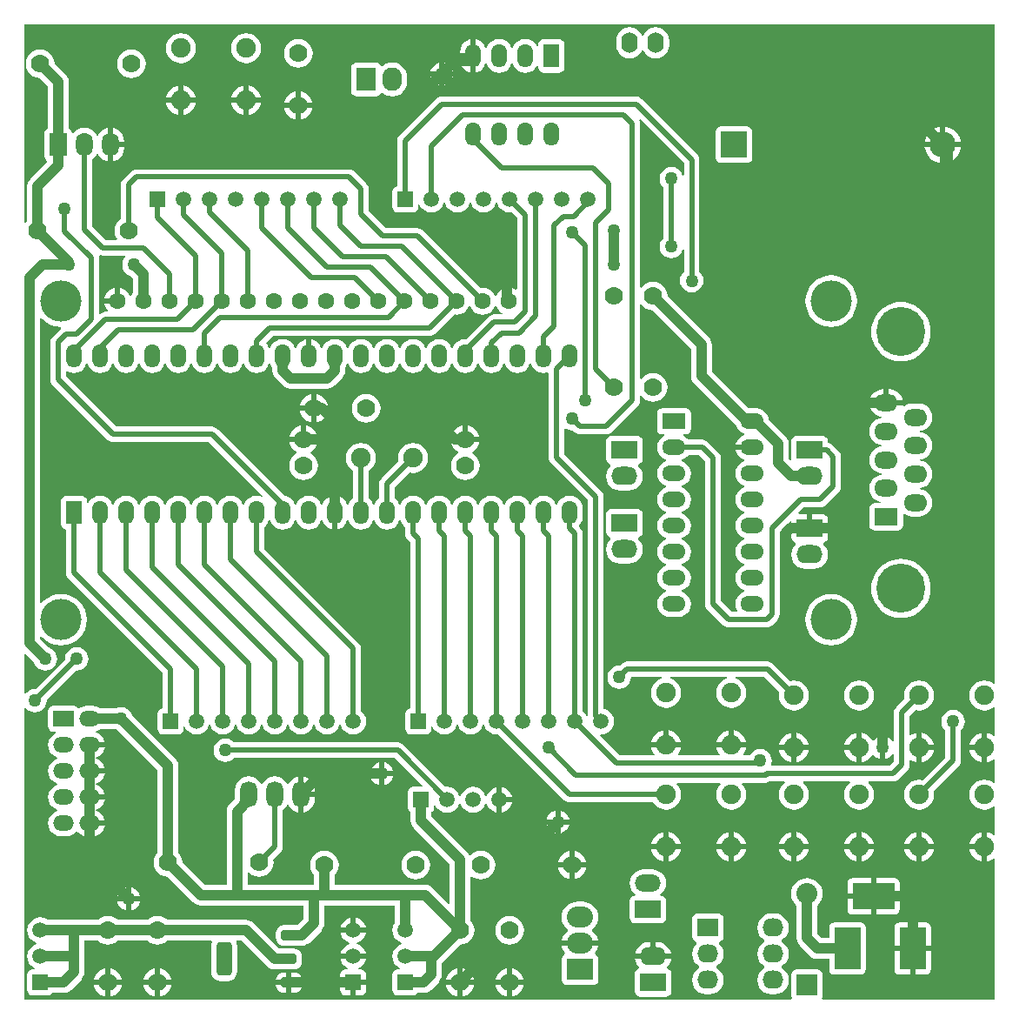
<source format=gtl>
G04 Layer_Physical_Order=1*
G04 Layer_Color=16711680*
%FSTAX44Y44*%
%MOMM*%
G71*
G01*
G75*
G04:AMPARAMS|DCode=10|XSize=1mm|YSize=1.5mm|CornerRadius=0.25mm|HoleSize=0mm|Usage=FLASHONLY|Rotation=270.000|XOffset=0mm|YOffset=0mm|HoleType=Round|Shape=RoundedRectangle|*
%AMROUNDEDRECTD10*
21,1,1.0000,1.0000,0,0,270.0*
21,1,0.5000,1.5000,0,0,270.0*
1,1,0.5000,-0.5000,-0.2500*
1,1,0.5000,-0.5000,0.2500*
1,1,0.5000,0.5000,0.2500*
1,1,0.5000,0.5000,-0.2500*
%
%ADD10ROUNDEDRECTD10*%
G04:AMPARAMS|DCode=11|XSize=3.28mm|YSize=1.5mm|CornerRadius=0.375mm|HoleSize=0mm|Usage=FLASHONLY|Rotation=270.000|XOffset=0mm|YOffset=0mm|HoleType=Round|Shape=RoundedRectangle|*
%AMROUNDEDRECTD11*
21,1,3.2800,0.7500,0,0,270.0*
21,1,2.5300,1.5000,0,0,270.0*
1,1,0.7500,-0.3750,-1.2650*
1,1,0.7500,-0.3750,1.2650*
1,1,0.7500,0.3750,1.2650*
1,1,0.7500,0.3750,-1.2650*
%
%ADD11ROUNDEDRECTD11*%
%ADD12C,0.5000*%
%ADD13C,1.0000*%
%ADD14C,1.9050*%
%ADD15C,1.7780*%
%ADD16C,1.5000*%
%ADD17R,1.5000X1.5000*%
%ADD18O,2.5400X1.7780*%
%ADD19R,2.5400X1.7780*%
%ADD20R,2.0320X2.0320*%
%ADD21C,2.0320*%
%ADD22C,1.6000*%
%ADD23C,4.0000*%
%ADD24O,2.0320X1.7780*%
%ADD25R,2.0320X1.7780*%
%ADD26O,1.9050X2.2860*%
%ADD27R,1.9050X2.2860*%
%ADD28C,2.5400*%
%ADD29R,2.5400X2.5400*%
%ADD30R,1.6510X2.2860*%
%ADD31O,1.6510X2.2860*%
%ADD32O,2.5400X2.0320*%
%ADD33R,2.5400X2.0320*%
%ADD34O,2.5400X1.6510*%
%ADD35R,2.5400X1.6510*%
%ADD36O,2.2860X1.6510*%
%ADD37C,4.7600*%
%ADD38R,2.2860X1.6510*%
%ADD39O,2.0000X1.5000*%
%ADD40R,2.0000X1.5000*%
%ADD41R,1.5000X1.5000*%
%ADD42O,1.6000X2.0000*%
%ADD43O,1.5240X2.2860*%
%ADD44R,1.5240X2.2860*%
%ADD45R,1.5200X1.5200*%
%ADD46C,1.5200*%
%ADD47O,1.6764X2.5400*%
%ADD48O,2.2860X1.5240*%
%ADD49R,2.2860X1.5240*%
%ADD50R,4.0640X2.5400*%
%ADD51R,2.5400X4.0640*%
%ADD52C,1.2700*%
G36*
X00724365Y00948604D02*
X00726449Y00945888D01*
X00729164Y00943804D01*
X00732327Y00942495D01*
X0073572Y00942048D01*
X00739114Y00942495D01*
X00742276Y00943804D01*
X00744992Y00945888D01*
X00747076Y00948604D01*
X00747733Y00950191D01*
X00749108D01*
X00749765Y00948604D01*
X00751849Y00945888D01*
X00754564Y00943804D01*
X00755167Y00943555D01*
X00754914Y00942285D01*
X0074676D01*
X0074676Y00942285D01*
X00745781Y00942156D01*
X00744802Y00942027D01*
X00742978Y00941271D01*
X00741411Y00940069D01*
X00719492Y0091815D01*
X0071882Y00918239D01*
X00715526Y00917805D01*
X00712456Y00916534D01*
X00709819Y00914511D01*
X00707796Y00911874D01*
X00706807Y00909486D01*
X00705433D01*
X00704444Y00911874D01*
X00702421Y00914511D01*
X00699784Y00916534D01*
X00696714Y00917805D01*
X0069342Y00918239D01*
X00690126Y00917805D01*
X00687056Y00916534D01*
X00684419Y00914511D01*
X00682396Y00911874D01*
X00681407Y00909486D01*
X00680033D01*
X00679044Y00911874D01*
X00677021Y00914511D01*
X00674384Y00916534D01*
X00671314Y00917805D01*
X0066802Y00918239D01*
X00664725Y00917805D01*
X00661656Y00916534D01*
X00659019Y00914511D01*
X00656997Y00911874D01*
X00656007Y00909486D01*
X00654633D01*
X00653643Y00911874D01*
X00651621Y00914511D01*
X00648984Y00916534D01*
X00645915Y00917805D01*
X0064262Y00918239D01*
X00639325Y00917805D01*
X00636256Y00916534D01*
X00633619Y00914511D01*
X00631596Y00911874D01*
X00630607Y00909486D01*
X00629233D01*
X00628243Y00911874D01*
X00626221Y00914511D01*
X00623584Y00916534D01*
X00620514Y00917805D01*
X0061722Y00918239D01*
X00613926Y00917805D01*
X00610856Y00916534D01*
X00608219Y00914511D01*
X00606197Y00911874D01*
X00605207Y00909486D01*
X00603833D01*
X00602844Y00911874D01*
X00600821Y00914511D01*
X00598184Y00916534D01*
X00595115Y00917805D01*
X0059182Y00918239D01*
X00588526Y00917805D01*
X00585456Y00916534D01*
X00582819Y00914511D01*
X00580797Y00911874D01*
X00579807Y00909486D01*
X00578433D01*
X00577444Y00911874D01*
X00575421Y00914511D01*
X00572784Y00916534D01*
X00569715Y00917805D01*
X0056892Y0091791D01*
Y009017D01*
X0056392D01*
Y0091791D01*
X00563125Y00917805D01*
X00560056Y00916534D01*
X00557419Y00914511D01*
X00555396Y00911874D01*
X00554407Y00909486D01*
X00553033D01*
X00552043Y00911874D01*
X00550021Y00914511D01*
X00547384Y00916534D01*
X00544314Y00917805D01*
X0054102Y00918239D01*
X00537725Y00917805D01*
X00534656Y00916534D01*
X00532019Y00914511D01*
X00529996Y00911874D01*
X00529007Y00909486D01*
X00527633D01*
X00526643Y00911874D01*
X00524744Y0091435D01*
X00531453Y00921059D01*
X00683784D01*
X00685742Y00921317D01*
X00687567Y00922073D01*
X00689133Y00923275D01*
X00708187Y00942329D01*
X0071032Y00942048D01*
X00713714Y00942495D01*
X00716876Y00943804D01*
X00719592Y00945888D01*
X00721676Y00948604D01*
X00722333Y00950191D01*
X00723708D01*
X00724365Y00948604D01*
D02*
G37*
G36*
X00363802Y00999803D02*
X0036576Y00999545D01*
X00387271D01*
X00387823Y00998275D01*
X00386326Y00996324D01*
X00385182Y00993563D01*
X00384792Y009906D01*
X00385182Y00987637D01*
X00386326Y00984876D01*
X00388145Y00982505D01*
X00390516Y00980686D01*
X00392862Y00979714D01*
X00395434Y00977142D01*
Y0096337D01*
X00394165Y00961716D01*
X00393507Y00960129D01*
X00392133D01*
X00391476Y00961716D01*
X00389392Y00964432D01*
X00386676Y00966515D01*
X00383514Y00967825D01*
X0038262Y00967943D01*
Y0095516D01*
X0038012D01*
Y0095266D01*
X00367337D01*
X00367455Y00951766D01*
X00368765Y00948604D01*
X0037069Y00946095D01*
X00370344Y00944825D01*
X003683D01*
X00366342Y00944567D01*
X00364518Y00943811D01*
X00363438Y00942982D01*
X00362168Y00943599D01*
Y00997185D01*
X0036191Y00999143D01*
X00361875Y00999227D01*
X00362847Y01000199D01*
X00363802Y00999803D01*
D02*
G37*
G36*
X01234658Y00583446D02*
X01233388Y00582819D01*
X01231605Y00584188D01*
X01228072Y00585651D01*
X0122428Y0058615D01*
X01220488Y00585651D01*
X01216955Y00584188D01*
X01213921Y00581859D01*
X01211592Y00578825D01*
X01210129Y00575292D01*
X0120963Y005715D01*
X01210129Y00567708D01*
X01211592Y00564175D01*
X01213921Y00561141D01*
X01216955Y00558812D01*
X01220488Y00557349D01*
X0122428Y0055685D01*
X01228072Y00557349D01*
X01231605Y00558812D01*
X01233391Y00560182D01*
X01234661Y00559556D01*
X01234664Y00532641D01*
X01233394Y00532015D01*
X01231605Y00533388D01*
X01228072Y00534851D01*
X0122678Y00535021D01*
Y005207D01*
Y00506379D01*
X01228072Y00506549D01*
X01231605Y00508012D01*
X01233396Y00509387D01*
X01234666Y0050876D01*
X01234668Y00486918D01*
X01233399Y00486292D01*
X01231605Y00487668D01*
X01228072Y00489131D01*
X0122428Y0048963D01*
X01220488Y00489131D01*
X01216955Y00487668D01*
X01213921Y00485339D01*
X01211592Y00482305D01*
X01210129Y00478772D01*
X0120963Y0047498D01*
X01210129Y00471188D01*
X01211592Y00467655D01*
X01213921Y00464621D01*
X01216955Y00462292D01*
X01220488Y00460829D01*
X0122428Y0046033D01*
X01228072Y00460829D01*
X01231605Y00462292D01*
X01233401Y0046367D01*
X01234671Y00463044D01*
X01234674Y00436114D01*
X01233404Y00435487D01*
X01231605Y00436868D01*
X01228072Y00438331D01*
X0122678Y00438501D01*
Y0042418D01*
Y00409859D01*
X01228072Y00410029D01*
X01231605Y00411492D01*
X01233406Y00412874D01*
X01234676Y00412248D01*
X01234691Y00276321D01*
X01233793Y00275423D01*
X01066603D01*
X01065924Y00276693D01*
X0106643Y00277449D01*
X01066818Y002794D01*
Y0029972D01*
X0106643Y00301671D01*
X01065325Y00303325D01*
X01063671Y0030443D01*
X0106172Y00304818D01*
X010414D01*
X01039449Y0030443D01*
X01037795Y00303325D01*
X0103669Y00301671D01*
X01036302Y0029972D01*
Y002794D01*
X0103669Y00277449D01*
X01037196Y00276693D01*
X01036517Y00275423D01*
X00289393D01*
Y00559148D01*
X00290663Y0055958D01*
X00291625Y00558325D01*
X00293996Y00556506D01*
X00296757Y00555362D01*
X0029972Y00554972D01*
X00302683Y00555362D01*
X00305444Y00556506D01*
X00307815Y00558325D01*
X00309634Y00560696D01*
X00310778Y00563457D01*
X00311168Y0056642D01*
X00311081Y00567083D01*
X00339697Y00595699D01*
X0034036Y00595612D01*
X00343323Y00596002D01*
X00346084Y00597146D01*
X00348455Y00598965D01*
X00350274Y00601336D01*
X00351418Y00604097D01*
X00351808Y0060706D01*
X00351418Y00610023D01*
X00350274Y00612784D01*
X00348455Y00615155D01*
X00346084Y00616974D01*
X00343323Y00618118D01*
X0034036Y00618508D01*
X00337397Y00618118D01*
X00334636Y00616974D01*
X00332265Y00615155D01*
X00330446Y00612784D01*
X00329302Y00610023D01*
X00328912Y0060706D01*
X00328999Y00606397D01*
X00300383Y00577781D01*
X0029972Y00577868D01*
X00296757Y00577478D01*
X00293996Y00576334D01*
X00291625Y00574515D01*
X00290663Y0057326D01*
X00289393Y00573692D01*
Y00611624D01*
X00290566Y0061211D01*
X00298994Y00603682D01*
X00299966Y00601336D01*
X00301785Y00598965D01*
X00304156Y00597146D01*
X00306917Y00596002D01*
X0030988Y00595612D01*
X00312843Y00596002D01*
X00315604Y00597146D01*
X00317975Y00598965D01*
X00319794Y00601336D01*
X00320938Y00604097D01*
X00321328Y0060706D01*
X00320938Y00610023D01*
X00319794Y00612784D01*
X00317975Y00615155D01*
X00315604Y00616974D01*
X00313258Y00617946D01*
X00304726Y00626478D01*
Y00628717D01*
X00305922Y00629145D01*
X00307357Y00627397D01*
X00311164Y00624273D01*
X00315507Y00621951D01*
X00320219Y00620522D01*
X0032512Y00620039D01*
X00330021Y00620522D01*
X00334733Y00621951D01*
X00339076Y00624273D01*
X00342883Y00627397D01*
X00346007Y00631204D01*
X00348329Y00635547D01*
X00349758Y00640259D01*
X00350241Y0064516D01*
X00349758Y00650061D01*
X00348329Y00654773D01*
X00346007Y00659116D01*
X00342883Y00662923D01*
X00339076Y00666047D01*
X00334733Y00668369D01*
X00330021Y00669798D01*
X0032512Y00670281D01*
X00320219Y00669798D01*
X00315507Y00668369D01*
X00311164Y00666047D01*
X00307357Y00662923D01*
X00305922Y00661175D01*
X00304726Y00661603D01*
Y00938717D01*
X00305922Y00939145D01*
X00307357Y00937397D01*
X00311164Y00934273D01*
X00315507Y00931951D01*
X00320219Y00930522D01*
X00324943Y00930056D01*
X00325207Y00929612D01*
X00325376Y00928788D01*
X00324851Y00928385D01*
X00317231Y00920765D01*
X00316029Y00919198D01*
X00315273Y00917374D01*
X00315015Y00915416D01*
Y0087884D01*
X00315273Y00876882D01*
X00316029Y00875058D01*
X00317231Y00873491D01*
X00370571Y00820151D01*
X00370571Y00820151D01*
X00372138Y00818949D01*
X00373962Y00818193D01*
X0037592Y00817935D01*
X00469307D01*
X00521556Y00765685D01*
X00520837Y00764609D01*
X00518914Y00765405D01*
X0051562Y00765839D01*
X00512326Y00765405D01*
X00509256Y00764134D01*
X00506619Y00762111D01*
X00504596Y00759474D01*
X00503607Y00757086D01*
X00502233D01*
X00501244Y00759474D01*
X00499221Y00762111D01*
X00496584Y00764134D01*
X00493515Y00765405D01*
X0049022Y00765839D01*
X00486926Y00765405D01*
X00483856Y00764134D01*
X00481219Y00762111D01*
X00479197Y00759474D01*
X00478207Y00757086D01*
X00476833D01*
X00475844Y00759474D01*
X00473821Y00762111D01*
X00471184Y00764134D01*
X00468115Y00765405D01*
X0046482Y00765839D01*
X00461525Y00765405D01*
X00458456Y00764134D01*
X00455819Y00762111D01*
X00453797Y00759474D01*
X00452807Y00757086D01*
X00451433D01*
X00450443Y00759474D01*
X00448421Y00762111D01*
X00445784Y00764134D01*
X00442715Y00765405D01*
X0043942Y00765839D01*
X00436125Y00765405D01*
X00433056Y00764134D01*
X00430419Y00762111D01*
X00428396Y00759474D01*
X00427407Y00757086D01*
X00426033D01*
X00425043Y00759474D01*
X00423021Y00762111D01*
X00420384Y00764134D01*
X00417314Y00765405D01*
X0041402Y00765839D01*
X00410726Y00765405D01*
X00407656Y00764134D01*
X00405019Y00762111D01*
X00402996Y00759474D01*
X00402007Y00757086D01*
X00400633D01*
X00399644Y00759474D01*
X00397621Y00762111D01*
X00394984Y00764134D01*
X00391914Y00765405D01*
X0038862Y00765839D01*
X00385326Y00765405D01*
X00382256Y00764134D01*
X00379619Y00762111D01*
X00377597Y00759474D01*
X00376607Y00757086D01*
X00375233D01*
X00374244Y00759474D01*
X00372221Y00762111D01*
X00369584Y00764134D01*
X00366515Y00765405D01*
X0036322Y00765839D01*
X00359925Y00765405D01*
X00356856Y00764134D01*
X00354219Y00762111D01*
X00352197Y00759474D01*
X00351808Y00758537D01*
X00350538Y00758789D01*
Y0076073D01*
X0035015Y00762681D01*
X00349045Y00764335D01*
X00347391Y0076544D01*
X0034544Y00765828D01*
X003302D01*
X00328249Y0076544D01*
X00326595Y00764335D01*
X0032549Y00762681D01*
X00325102Y0076073D01*
Y0073787D01*
X0032549Y00735919D01*
X00326595Y00734265D01*
X00328249Y0073316D01*
X003302Y00732772D01*
X00330255D01*
Y0069088D01*
X00330513Y00688922D01*
X00331269Y00687098D01*
X00332471Y00685531D01*
X00424235Y00593767D01*
Y00558685D01*
X00422349Y0055831D01*
X00420695Y00557205D01*
X0041959Y00555551D01*
X00419202Y005536D01*
Y005386D01*
X0041959Y00536649D01*
X00420695Y00534995D01*
X00422349Y0053389D01*
X004243Y00533502D01*
X004393D01*
X00441251Y0053389D01*
X00442905Y00534995D01*
X0044401Y00536649D01*
X00444398Y005386D01*
Y00541024D01*
X00445668Y00541277D01*
X00446281Y00539796D01*
X00448285Y00537185D01*
X00450896Y00535181D01*
X00453937Y00533922D01*
X004572Y00533492D01*
X00460463Y00533922D01*
X00463504Y00535181D01*
X00466115Y00537185D01*
X00468119Y00539796D01*
X00469248Y00542523D01*
X0046925Y00542523D01*
X0047055D01*
X00470552Y00542523D01*
X00471681Y00539796D01*
X00473685Y00537185D01*
X00476296Y00535181D01*
X00479337Y00533922D01*
X004826Y00533492D01*
X00485863Y00533922D01*
X00488904Y00535181D01*
X00491515Y00537185D01*
X00493519Y00539796D01*
X00494648Y00542523D01*
X0049465Y00542523D01*
X0049595D01*
X00495952Y00542523D01*
X00497081Y00539796D01*
X00499085Y00537185D01*
X00501696Y00535181D01*
X00504737Y00533922D01*
X00508Y00533492D01*
X00511263Y00533922D01*
X00514304Y00535181D01*
X00516915Y00537185D01*
X00518919Y00539796D01*
X00520048Y00542523D01*
X0052005Y00542523D01*
X0052135D01*
X00521352Y00542523D01*
X00522481Y00539796D01*
X00524485Y00537185D01*
X00527096Y00535181D01*
X00530137Y00533922D01*
X005334Y00533492D01*
X00536663Y00533922D01*
X00539704Y00535181D01*
X00542315Y00537185D01*
X00544319Y00539796D01*
X00545448Y00542523D01*
X0054545Y00542523D01*
X0054675D01*
X00546752Y00542523D01*
X00547881Y00539796D01*
X00549885Y00537185D01*
X00552496Y00535181D01*
X00555537Y00533922D01*
X005588Y00533492D01*
X00562063Y00533922D01*
X00565104Y00535181D01*
X00567715Y00537185D01*
X00569719Y00539796D01*
X00570848Y00542523D01*
X0057085Y00542523D01*
X0057215D01*
X00572152Y00542523D01*
X00573281Y00539796D01*
X00575285Y00537185D01*
X00577896Y00535181D01*
X00580937Y00533922D01*
X005842Y00533492D01*
X00587463Y00533922D01*
X00590504Y00535181D01*
X00593115Y00537185D01*
X00595119Y00539796D01*
X00596248Y00542523D01*
X0059625Y00542523D01*
X0059755D01*
X00597552Y00542523D01*
X00598681Y00539796D01*
X00600685Y00537185D01*
X00603296Y00535181D01*
X00606337Y00533922D01*
X006096Y00533492D01*
X00612863Y00533922D01*
X00615904Y00535181D01*
X00618515Y00537185D01*
X00620519Y00539796D01*
X00621778Y00542837D01*
X00622208Y005461D01*
X00621778Y00549363D01*
X00620519Y00552404D01*
X00618515Y00555015D01*
X00617165Y00556051D01*
Y0061722D01*
X00616907Y00619178D01*
X00616151Y00621002D01*
X00614949Y00622569D01*
X00523185Y00714333D01*
Y00735387D01*
X00524621Y00736489D01*
X00526643Y00739126D01*
X00527633Y00741514D01*
X00529007D01*
X00529996Y00739126D01*
X00532019Y00736489D01*
X00534656Y00734466D01*
X00537725Y00733195D01*
X0054102Y00732761D01*
X00544314Y00733195D01*
X00547384Y00734466D01*
X00550021Y00736489D01*
X00552043Y00739126D01*
X00553033Y00741514D01*
X00554407D01*
X00555396Y00739126D01*
X00557419Y00736489D01*
X00560056Y00734466D01*
X00563125Y00733195D01*
X0056642Y00732761D01*
X00569715Y00733195D01*
X00572784Y00734466D01*
X00575421Y00736489D01*
X00577444Y00739126D01*
X00578433Y00741514D01*
X00579807D01*
X00580797Y00739126D01*
X00582819Y00736489D01*
X00585456Y00734466D01*
X00588526Y00733195D01*
X0058932Y0073309D01*
Y007493D01*
Y0076551D01*
X00588526Y00765405D01*
X00585456Y00764134D01*
X00582819Y00762111D01*
X00580797Y00759474D01*
X00579807Y00757086D01*
X00578433D01*
X00577444Y00759474D01*
X00575421Y00762111D01*
X00572784Y00764134D01*
X00569715Y00765405D01*
X0056642Y00765839D01*
X00563125Y00765405D01*
X00560056Y00764134D01*
X00557419Y00762111D01*
X00555396Y00759474D01*
X00554407Y00757086D01*
X00553033D01*
X00552043Y00759474D01*
X00550021Y00762111D01*
X00547384Y00764134D01*
X00544314Y00765405D01*
X00543069Y00765569D01*
X00477789Y00830849D01*
X00476222Y00832051D01*
X00474398Y00832807D01*
X0047244Y00833065D01*
X00379053D01*
X00330145Y00881973D01*
Y00886437D01*
X00331284Y00886998D01*
X00331456Y00886867D01*
X00334525Y00885595D01*
X0033782Y00885161D01*
X00341115Y00885595D01*
X00344184Y00886867D01*
X00346821Y00888889D01*
X00348843Y00891526D01*
X00349833Y00893914D01*
X00351207D01*
X00352197Y00891526D01*
X00354219Y00888889D01*
X00356856Y00886867D01*
X00359925Y00885595D01*
X0036322Y00885161D01*
X00366515Y00885595D01*
X00369584Y00886867D01*
X00372221Y00888889D01*
X00374244Y00891526D01*
X00375233Y00893914D01*
X00376607D01*
X00377597Y00891526D01*
X00379619Y00888889D01*
X00382256Y00886867D01*
X00385326Y00885595D01*
X0038862Y00885161D01*
X00391914Y00885595D01*
X00394984Y00886867D01*
X00397621Y00888889D01*
X00399644Y00891526D01*
X00400633Y00893914D01*
X00402007D01*
X00402996Y00891526D01*
X00405019Y00888889D01*
X00407656Y00886867D01*
X00410726Y00885595D01*
X0041402Y00885161D01*
X00417314Y00885595D01*
X00420384Y00886867D01*
X00423021Y00888889D01*
X00425043Y00891526D01*
X00426033Y00893914D01*
X00427407D01*
X00428396Y00891526D01*
X00430419Y00888889D01*
X00433056Y00886867D01*
X00436125Y00885595D01*
X0043942Y00885161D01*
X00442715Y00885595D01*
X00445784Y00886867D01*
X00448421Y00888889D01*
X00450443Y00891526D01*
X00451433Y00893914D01*
X00452807D01*
X00453797Y00891526D01*
X00455819Y00888889D01*
X00458456Y00886867D01*
X00461525Y00885595D01*
X0046482Y00885161D01*
X00468115Y00885595D01*
X00471184Y00886867D01*
X00473821Y00888889D01*
X00475844Y00891526D01*
X00476833Y00893914D01*
X00478207D01*
X00479197Y00891526D01*
X00481219Y00888889D01*
X00483856Y00886867D01*
X00486926Y00885595D01*
X0049022Y00885161D01*
X00493515Y00885595D01*
X00496584Y00886867D01*
X00499221Y00888889D01*
X00501244Y00891526D01*
X00502233Y00893914D01*
X00503607D01*
X00504596Y00891526D01*
X00506619Y00888889D01*
X00509256Y00886867D01*
X00512326Y00885595D01*
X0051562Y00885161D01*
X00518914Y00885595D01*
X00521984Y00886867D01*
X00524621Y00888889D01*
X00526643Y00891526D01*
X00527633Y00893914D01*
X00529007D01*
X00529996Y00891526D01*
X00530934Y00890304D01*
Y0088773D01*
X00531277Y00885119D01*
X00532285Y00882687D01*
X00533888Y00880598D01*
X00541508Y00872978D01*
X00543597Y00871375D01*
X0054603Y00870367D01*
X0054864Y00870024D01*
X005842D01*
X0058681Y00870367D01*
X00589243Y00871375D01*
X00591332Y00872978D01*
X00598952Y00880598D01*
X00600555Y00882687D01*
X00601563Y00885119D01*
X00601906Y0088773D01*
Y00890304D01*
X00602844Y00891526D01*
X00603833Y00893914D01*
X00605207D01*
X00606197Y00891526D01*
X00608219Y00888889D01*
X00610856Y00886867D01*
X00613926Y00885595D01*
X0061722Y00885161D01*
X00620514Y00885595D01*
X00623584Y00886867D01*
X00626221Y00888889D01*
X00628243Y00891526D01*
X00629233Y00893914D01*
X00630607D01*
X00631596Y00891526D01*
X00633619Y00888889D01*
X00636256Y00886867D01*
X00639325Y00885595D01*
X0064262Y00885161D01*
X00645915Y00885595D01*
X00648984Y00886867D01*
X00651621Y00888889D01*
X00653643Y00891526D01*
X00654633Y00893914D01*
X00656007D01*
X00656997Y00891526D01*
X00659019Y00888889D01*
X00661656Y00886867D01*
X00664725Y00885595D01*
X0066802Y00885161D01*
X00671314Y00885595D01*
X00674384Y00886867D01*
X00677021Y00888889D01*
X00679044Y00891526D01*
X00680033Y00893914D01*
X00681407D01*
X00682396Y00891526D01*
X00684419Y00888889D01*
X00687056Y00886867D01*
X00690126Y00885595D01*
X0069342Y00885161D01*
X00696714Y00885595D01*
X00699784Y00886867D01*
X00702421Y00888889D01*
X00704444Y00891526D01*
X00705433Y00893914D01*
X00706807D01*
X00707796Y00891526D01*
X00709819Y00888889D01*
X00712456Y00886867D01*
X00715526Y00885595D01*
X0071882Y00885161D01*
X00722114Y00885595D01*
X00725184Y00886867D01*
X00727821Y00888889D01*
X00729844Y00891526D01*
X00730833Y00893914D01*
X00732207D01*
X00733196Y00891526D01*
X00735219Y00888889D01*
X00737856Y00886867D01*
X00740926Y00885595D01*
X0074422Y00885161D01*
X00747514Y00885595D01*
X00750584Y00886867D01*
X00753221Y00888889D01*
X00755244Y00891526D01*
X00756233Y00893914D01*
X00757607D01*
X00758596Y00891526D01*
X00760619Y00888889D01*
X00763256Y00886867D01*
X00766326Y00885595D01*
X0076962Y00885161D01*
X00772915Y00885595D01*
X00775984Y00886867D01*
X00778621Y00888889D01*
X00780643Y00891526D01*
X00781633Y00893914D01*
X00783007D01*
X00783997Y00891526D01*
X00786019Y00888889D01*
X00788656Y00886867D01*
X00791725Y00885595D01*
X0079502Y00885161D01*
X00798315Y00885595D01*
X00799099Y0088592D01*
X00800155Y00885214D01*
Y00803148D01*
X00800413Y0080119D01*
X00801169Y00799366D01*
X00802371Y00797799D01*
X00838255Y00761915D01*
Y0055118D01*
X00836997Y00551008D01*
X00836419Y00552404D01*
X00834415Y00555015D01*
X00833065Y00556051D01*
Y0072898D01*
X00833065Y0072898D01*
X00832807Y00730938D01*
X00832051Y00732762D01*
X00830849Y00734329D01*
X00830849Y00734329D01*
X00829376Y00735802D01*
X00829421Y00736489D01*
X00831443Y00739126D01*
X00832715Y00742196D01*
X00833149Y0074549D01*
Y0075311D01*
X00832715Y00756404D01*
X00831443Y00759474D01*
X00829421Y00762111D01*
X00826784Y00764134D01*
X00823715Y00765405D01*
X0082042Y00765839D01*
X00817125Y00765405D01*
X00814056Y00764134D01*
X00811419Y00762111D01*
X00809397Y00759474D01*
X00808407Y00757086D01*
X00807033D01*
X00806043Y00759474D01*
X00804021Y00762111D01*
X00801384Y00764134D01*
X00798315Y00765405D01*
X0079502Y00765839D01*
X00791725Y00765405D01*
X00788656Y00764134D01*
X00786019Y00762111D01*
X00783997Y00759474D01*
X00783007Y00757086D01*
X00781633D01*
X00780643Y00759474D01*
X00778621Y00762111D01*
X00775984Y00764134D01*
X00772915Y00765405D01*
X0076962Y00765839D01*
X00766326Y00765405D01*
X00763256Y00764134D01*
X00760619Y00762111D01*
X00758596Y00759474D01*
X00757607Y00757086D01*
X00756233D01*
X00755244Y00759474D01*
X00753221Y00762111D01*
X00750584Y00764134D01*
X00747514Y00765405D01*
X0074422Y00765839D01*
X00740926Y00765405D01*
X00737856Y00764134D01*
X00735219Y00762111D01*
X00733196Y00759474D01*
X00732207Y00757086D01*
X00730833D01*
X00729844Y00759474D01*
X00727821Y00762111D01*
X00725184Y00764134D01*
X00722114Y00765405D01*
X0071882Y00765839D01*
X00715526Y00765405D01*
X00712456Y00764134D01*
X00709819Y00762111D01*
X00707796Y00759474D01*
X00706807Y00757086D01*
X00705433D01*
X00704444Y00759474D01*
X00702421Y00762111D01*
X00699784Y00764134D01*
X00696714Y00765405D01*
X0069342Y00765839D01*
X00690126Y00765405D01*
X00687056Y00764134D01*
X00684419Y00762111D01*
X00682396Y00759474D01*
X00681407Y00757086D01*
X00680033D01*
X00679044Y00759474D01*
X00677021Y00762111D01*
X00674384Y00764134D01*
X00671314Y00765405D01*
X0066802Y00765839D01*
X00664725Y00765405D01*
X00661656Y00764134D01*
X00659019Y00762111D01*
X00656997Y00759474D01*
X00656007Y00757086D01*
X00654633D01*
X00653643Y00759474D01*
X00651621Y00762111D01*
X00650185Y00763213D01*
Y00774107D01*
X00664528Y00788449D01*
X0066802Y0078799D01*
X00671812Y00788489D01*
X00675345Y00789952D01*
X00678379Y00792281D01*
X00680708Y00795315D01*
X00682171Y00798848D01*
X0068267Y0080264D01*
X00682171Y00806432D01*
X00680708Y00809965D01*
X00678379Y00812999D01*
X00675345Y00815328D01*
X00671812Y00816791D01*
X0066802Y0081729D01*
X00664228Y00816791D01*
X00660695Y00815328D01*
X00657661Y00812999D01*
X00655332Y00809965D01*
X00653869Y00806432D01*
X0065337Y0080264D01*
X00653829Y00799148D01*
X00637271Y00782589D01*
X00636069Y00781022D01*
X00635313Y00779198D01*
X00635055Y0077724D01*
Y00763213D01*
X00633619Y00762111D01*
X00631596Y00759474D01*
X00630607Y00757086D01*
X00629233D01*
X00628243Y00759474D01*
X00626221Y00762111D01*
X00624785Y00763213D01*
Y00790136D01*
X00627579Y00792281D01*
X00629908Y00795315D01*
X00631371Y00798848D01*
X0063187Y0080264D01*
X00631371Y00806432D01*
X00629908Y00809965D01*
X00627579Y00812999D01*
X00624545Y00815328D01*
X00621012Y00816791D01*
X0061722Y0081729D01*
X00613428Y00816791D01*
X00609895Y00815328D01*
X00606861Y00812999D01*
X00604532Y00809965D01*
X00603069Y00806432D01*
X0060257Y0080264D01*
X00603069Y00798848D01*
X00604532Y00795315D01*
X00606861Y00792281D01*
X00609655Y00790136D01*
Y00763213D01*
X00608219Y00762111D01*
X00606197Y00759474D01*
X00605207Y00757086D01*
X00603833D01*
X00602844Y00759474D01*
X00600821Y00762111D01*
X00598184Y00764134D01*
X00595115Y00765405D01*
X0059432Y0076551D01*
Y007493D01*
Y0073309D01*
X00595115Y00733195D01*
X00598184Y00734466D01*
X00600821Y00736489D01*
X00602844Y00739126D01*
X00603833Y00741514D01*
X00605207D01*
X00606197Y00739126D01*
X00608219Y00736489D01*
X00610856Y00734466D01*
X00613926Y00733195D01*
X0061722Y00732761D01*
X00620514Y00733195D01*
X00623584Y00734466D01*
X00626221Y00736489D01*
X00628243Y00739126D01*
X00629233Y00741514D01*
X00630607D01*
X00631596Y00739126D01*
X00633619Y00736489D01*
X00636256Y00734466D01*
X00639325Y00733195D01*
X0064262Y00732761D01*
X00645915Y00733195D01*
X00648984Y00734466D01*
X00651621Y00736489D01*
X00653643Y00739126D01*
X00654633Y00741514D01*
X00656007D01*
X00656997Y00739126D01*
X00659019Y00736489D01*
X00660455Y00735387D01*
Y0072898D01*
X00660713Y00727022D01*
X00661469Y00725198D01*
X00662671Y00723631D01*
X00665535Y00720767D01*
Y00558685D01*
X00663649Y0055831D01*
X00661995Y00557205D01*
X0066089Y00555551D01*
X00660502Y005536D01*
Y005386D01*
X0066089Y00536649D01*
X00661995Y00534995D01*
X00663649Y0053389D01*
X006656Y00533502D01*
X006806D01*
X00682551Y0053389D01*
X00684205Y00534995D01*
X0068531Y00536649D01*
X00685698Y005386D01*
Y00541024D01*
X00686968Y00541277D01*
X00687581Y00539796D01*
X00689585Y00537185D01*
X00692196Y00535181D01*
X00695237Y00533922D01*
X006985Y00533492D01*
X00701763Y00533922D01*
X00704804Y00535181D01*
X00707415Y00537185D01*
X00709419Y00539796D01*
X00710548Y00542523D01*
X0071055Y00542523D01*
X0071185D01*
X00711852Y00542523D01*
X00712981Y00539796D01*
X00714985Y00537185D01*
X00717596Y00535181D01*
X00720637Y00533922D01*
X007239Y00533492D01*
X00727163Y00533922D01*
X00730204Y00535181D01*
X00732815Y00537185D01*
X00734819Y00539796D01*
X00735948Y00542523D01*
X0073595Y00542523D01*
X0073725D01*
X00737252Y00542523D01*
X00738381Y00539796D01*
X00740385Y00537185D01*
X00742996Y00535181D01*
X00746037Y00533922D01*
X007493Y00533492D01*
X00750988Y00533714D01*
X00815071Y00469631D01*
X00816638Y00468429D01*
X00818462Y00467673D01*
X0082042Y00467415D01*
X00901896D01*
X00904041Y00464621D01*
X00907075Y00462292D01*
X00910608Y00460829D01*
X009144Y0046033D01*
X00918192Y00460829D01*
X00921725Y00462292D01*
X00924759Y00464621D01*
X00927088Y00467655D01*
X00928551Y00471188D01*
X0092905Y0047498D01*
X00928551Y00478772D01*
X00927088Y00482305D01*
X00924778Y00485315D01*
X00924842Y00485791D01*
X00925111Y00486585D01*
X00967189D01*
X00967458Y00485791D01*
X00967522Y00485315D01*
X00965212Y00482305D01*
X00963749Y00478772D01*
X0096325Y0047498D01*
X00963749Y00471188D01*
X00965212Y00467655D01*
X00967541Y00464621D01*
X00970575Y00462292D01*
X00974108Y00460829D01*
X009779Y0046033D01*
X00981692Y00460829D01*
X00985225Y00462292D01*
X00988259Y00464621D01*
X00990588Y00467655D01*
X00992051Y00471188D01*
X0099255Y0047498D01*
X00992051Y00478772D01*
X00990588Y00482305D01*
X00988278Y00485315D01*
X00988342Y00485791D01*
X00988611Y00486585D01*
X01011577D01*
X01013535Y00486843D01*
X01015359Y00487599D01*
X01015537Y00487735D01*
X01029537D01*
X01029968Y00486465D01*
X01028501Y00485339D01*
X01026172Y00482305D01*
X01024709Y00478772D01*
X0102421Y0047498D01*
X01024709Y00471188D01*
X01026172Y00467655D01*
X01028501Y00464621D01*
X01031535Y00462292D01*
X01035068Y00460829D01*
X0103886Y0046033D01*
X01042652Y00460829D01*
X01046185Y00462292D01*
X01049219Y00464621D01*
X01051548Y00467655D01*
X01053011Y00471188D01*
X0105351Y0047498D01*
X01053011Y00478772D01*
X01051548Y00482305D01*
X01049219Y00485339D01*
X01047752Y00486465D01*
X01048183Y00487735D01*
X01093037D01*
X01093468Y00486465D01*
X01092001Y00485339D01*
X01089672Y00482305D01*
X01088209Y00478772D01*
X0108771Y0047498D01*
X01088209Y00471188D01*
X01089672Y00467655D01*
X01092001Y00464621D01*
X01095035Y00462292D01*
X01098568Y00460829D01*
X0110236Y0046033D01*
X01106152Y00460829D01*
X01109685Y00462292D01*
X01112719Y00464621D01*
X01115048Y00467655D01*
X01116511Y00471188D01*
X0111701Y0047498D01*
X01116511Y00478772D01*
X01115048Y00482305D01*
X01112719Y00485339D01*
X01111252Y00486465D01*
X01111683Y00487735D01*
X0113538D01*
X01137338Y00487993D01*
X01139162Y00488749D01*
X01140729Y00489951D01*
X01149104Y00498326D01*
X01149104Y00498326D01*
X01150306Y00499893D01*
X01151062Y00501717D01*
X0115132Y00503675D01*
Y00508215D01*
X01152459Y00508777D01*
X01153455Y00508012D01*
X01156988Y00506549D01*
X0115828Y00506379D01*
Y005207D01*
Y00535021D01*
X01156988Y00534851D01*
X01153455Y00533388D01*
X01152459Y00532623D01*
X0115132Y00533185D01*
Y00551342D01*
X01157288Y00557309D01*
X0116078Y0055685D01*
X01164572Y00557349D01*
X01168105Y00558812D01*
X01171139Y00561141D01*
X01173468Y00564175D01*
X01174931Y00567708D01*
X0117543Y005715D01*
X01174931Y00575292D01*
X01173468Y00578825D01*
X01171139Y00581859D01*
X01168105Y00584188D01*
X01164572Y00585651D01*
X0116078Y0058615D01*
X01156988Y00585651D01*
X01153455Y00584188D01*
X01150421Y00581859D01*
X01148092Y00578825D01*
X01146629Y00575292D01*
X0114613Y005715D01*
X0114659Y00568008D01*
X01138406Y00559824D01*
X01137204Y00558257D01*
X01136448Y00556433D01*
X0113619Y00554475D01*
Y00527016D01*
X0113492Y00526703D01*
X01133315Y00528795D01*
X01130944Y00530614D01*
X01128183Y00531758D01*
X0112772Y00531819D01*
Y005207D01*
Y00509581D01*
X01128183Y00509642D01*
X01130944Y00510786D01*
X01133315Y00512605D01*
X0113492Y00514697D01*
X0113619Y00514384D01*
Y00506808D01*
X01132247Y00502865D01*
X01017141D01*
X01016435Y00503921D01*
X01016898Y00505037D01*
X01017288Y00508D01*
X01016898Y00510963D01*
X01015754Y00513724D01*
X01013935Y00516095D01*
X01011564Y00517914D01*
X01008803Y00519058D01*
X0100584Y00519448D01*
X01002877Y00519058D01*
X01000116Y00517914D01*
X00997745Y00516095D01*
X00995926Y00513724D01*
X00995636Y00513025D01*
X00989806D01*
X00989244Y00514164D01*
X00990588Y00515915D01*
X00992051Y00519448D01*
X00992221Y0052074D01*
X00963579D01*
X00963749Y00519448D01*
X00965212Y00515915D01*
X00966556Y00514164D01*
X00965994Y00513025D01*
X00926306D01*
X00925744Y00514164D01*
X00927088Y00515915D01*
X00928551Y00519448D01*
X00928721Y0052074D01*
X00900079D01*
X00900249Y00519448D01*
X00901712Y00515915D01*
X00903056Y00514164D01*
X00902494Y00513025D01*
X00869273D01*
X00849885Y00532413D01*
X00850447Y00533552D01*
X008509Y00533492D01*
X00854163Y00533922D01*
X00857204Y00535181D01*
X00859815Y00537185D01*
X00861819Y00539796D01*
X00863078Y00542837D01*
X00863508Y005461D01*
X00863078Y00549363D01*
X00861819Y00552404D01*
X00859815Y00555015D01*
X00857204Y00557019D01*
X00854163Y00558278D01*
X00853385Y00558381D01*
Y00765048D01*
X00853127Y00767006D01*
X00852371Y0076883D01*
X00851169Y00770397D01*
X00851169Y00770397D01*
X00815285Y00806281D01*
Y00830887D01*
X00816424Y00831449D01*
X00817236Y00830826D01*
X00819997Y00829682D01*
X0082296Y00829292D01*
X00823623Y00829379D01*
X00825231Y00827771D01*
X00826798Y00826569D01*
X00828622Y00825813D01*
X0083058Y00825555D01*
X0085598D01*
X00857938Y00825813D01*
X00859762Y00826569D01*
X00861329Y00827771D01*
X00886729Y00853171D01*
X00886729Y00853171D01*
X00887931Y00854738D01*
X00888687Y00856562D01*
X00888945Y0085852D01*
X00888945Y0085852D01*
Y0086294D01*
X00890215Y00863371D01*
X00891794Y00861313D01*
X00894695Y00859087D01*
X00898074Y00857688D01*
X009017Y0085721D01*
X00905326Y00857688D01*
X00908705Y00859087D01*
X00911607Y00861313D01*
X00913833Y00864215D01*
X00915232Y00867594D01*
X0091571Y0087122D01*
X00915232Y00874846D01*
X00913833Y00878225D01*
X00911607Y00881126D01*
X00908705Y00883353D01*
X00905326Y00884753D01*
X009017Y0088523D01*
X00898074Y00884753D01*
X00894695Y00883353D01*
X00891794Y00881126D01*
X00890215Y00879069D01*
X00888945Y008795D01*
Y0095184D01*
X00890215Y00952271D01*
X00891794Y00950213D01*
X00894695Y00947987D01*
X00898074Y00946588D01*
X00901407Y00946149D01*
X00938604Y00908952D01*
Y0088265D01*
X00938947Y0088004D01*
X00939955Y00877607D01*
X00941558Y00875518D01*
X00982106Y00834969D01*
X00982115Y00834905D01*
X00983387Y00831836D01*
X00985409Y00829199D01*
X00988046Y00827177D01*
X00990434Y00826187D01*
Y00824813D01*
X00988046Y00823823D01*
X00985409Y00821801D01*
X00983387Y00819164D01*
X00982115Y00816095D01*
X0098201Y008153D01*
X0099822D01*
Y008103D01*
X0098201D01*
X00982115Y00809505D01*
X00983387Y00806436D01*
X00985409Y00803799D01*
X00988046Y00801777D01*
X00990434Y00800787D01*
Y00799413D01*
X00988046Y00798423D01*
X00985409Y00796401D01*
X00983387Y00793764D01*
X00982115Y00790695D01*
X00981681Y007874D01*
X00982115Y00784106D01*
X00983387Y00781036D01*
X00985409Y00778399D01*
X00988046Y00776376D01*
X00990434Y00775387D01*
Y00774013D01*
X00988046Y00773024D01*
X00985409Y00771001D01*
X00983387Y00768364D01*
X00982115Y00765294D01*
X00981681Y00762D01*
X00982115Y00758706D01*
X00983387Y00755636D01*
X00985409Y00752999D01*
X00988046Y00750976D01*
X00990434Y00749987D01*
Y00748613D01*
X00988046Y00747624D01*
X00985409Y00745601D01*
X00983387Y00742964D01*
X00982115Y00739894D01*
X00981681Y007366D01*
X00982115Y00733306D01*
X00983387Y00730236D01*
X00985409Y00727599D01*
X00988046Y00725576D01*
X00990434Y00724587D01*
Y00723213D01*
X00988046Y00722224D01*
X00985409Y00720201D01*
X00983387Y00717564D01*
X00982115Y00714494D01*
X00981681Y007112D01*
X00982115Y00707906D01*
X00983387Y00704836D01*
X00985409Y00702199D01*
X00988046Y00700176D01*
X00990434Y00699187D01*
Y00697813D01*
X00988046Y00696824D01*
X00985409Y00694801D01*
X00983387Y00692164D01*
X00982115Y00689094D01*
X00981681Y006858D01*
X00982115Y00682505D01*
X00983387Y00679436D01*
X00985409Y00676799D01*
X00988046Y00674777D01*
X00990434Y00673787D01*
Y00672413D01*
X00988046Y00671423D01*
X00985409Y00669401D01*
X00983387Y00666764D01*
X00982115Y00663695D01*
X00981681Y006604D01*
X00982115Y00657105D01*
X00983387Y00654036D01*
X00983518Y00653864D01*
X00982957Y00652725D01*
X00978493D01*
X00967685Y00663533D01*
Y0080264D01*
X00967427Y00804598D01*
X00966671Y00806422D01*
X00965469Y00807989D01*
X00965469Y00807989D01*
X00955309Y00818149D01*
X00953742Y00819351D01*
X00951918Y00820107D01*
X0094996Y00820365D01*
X00935932D01*
X00934831Y00821801D01*
X00932194Y00823823D01*
X00931256Y00824212D01*
X00931509Y00825482D01*
X0093345D01*
X00935401Y0082587D01*
X00937055Y00826975D01*
X0093816Y00828629D01*
X00938548Y0083058D01*
Y0084582D01*
X0093816Y00847771D01*
X00937055Y00849425D01*
X00935401Y0085053D01*
X0093345Y00850918D01*
X0091059D01*
X00908639Y0085053D01*
X00906985Y00849425D01*
X0090588Y00847771D01*
X00905492Y0084582D01*
Y0083058D01*
X0090588Y00828629D01*
X00906985Y00826975D01*
X00908639Y0082587D01*
X0091059Y00825482D01*
X00912531D01*
X00912784Y00824212D01*
X00911846Y00823823D01*
X00909209Y00821801D01*
X00907187Y00819164D01*
X00905915Y00816095D01*
X00905481Y008128D01*
X00905915Y00809505D01*
X00907187Y00806436D01*
X00909209Y00803799D01*
X00911846Y00801777D01*
X00914234Y00800787D01*
Y00799413D01*
X00911846Y00798423D01*
X00909209Y00796401D01*
X00907187Y00793764D01*
X00905915Y00790695D01*
X00905481Y007874D01*
X00905915Y00784106D01*
X00907187Y00781036D01*
X00909209Y00778399D01*
X00911846Y00776376D01*
X00914234Y00775387D01*
Y00774013D01*
X00911846Y00773024D01*
X00909209Y00771001D01*
X00907187Y00768364D01*
X00905915Y00765294D01*
X00905481Y00762D01*
X00905915Y00758706D01*
X00907187Y00755636D01*
X00909209Y00752999D01*
X00911846Y00750976D01*
X00914234Y00749987D01*
Y00748613D01*
X00911846Y00747624D01*
X00909209Y00745601D01*
X00907187Y00742964D01*
X00905915Y00739894D01*
X00905481Y007366D01*
X00905915Y00733306D01*
X00907187Y00730236D01*
X00909209Y00727599D01*
X00911846Y00725576D01*
X00914234Y00724587D01*
Y00723213D01*
X00911846Y00722224D01*
X00909209Y00720201D01*
X00907187Y00717564D01*
X00905915Y00714494D01*
X00905481Y007112D01*
X00905915Y00707906D01*
X00907187Y00704836D01*
X00909209Y00702199D01*
X00911846Y00700176D01*
X00914234Y00699187D01*
Y00697813D01*
X00911846Y00696824D01*
X00909209Y00694801D01*
X00907187Y00692164D01*
X00905915Y00689094D01*
X00905481Y006858D01*
X00905915Y00682505D01*
X00907187Y00679436D01*
X00909209Y00676799D01*
X00911846Y00674777D01*
X00914234Y00673787D01*
Y00672413D01*
X00911846Y00671423D01*
X00909209Y00669401D01*
X00907187Y00666764D01*
X00905915Y00663695D01*
X00905481Y006604D01*
X00905915Y00657105D01*
X00907187Y00654036D01*
X00909209Y00651399D01*
X00911846Y00649377D01*
X00914915Y00648105D01*
X0091821Y00647671D01*
X0092583D01*
X00929125Y00648105D01*
X00932194Y00649377D01*
X00934831Y00651399D01*
X00936853Y00654036D01*
X00938125Y00657105D01*
X00938559Y006604D01*
X00938125Y00663695D01*
X00936853Y00666764D01*
X00934831Y00669401D01*
X00932194Y00671423D01*
X00929806Y00672413D01*
Y00673787D01*
X00932194Y00674777D01*
X00934831Y00676799D01*
X00936853Y00679436D01*
X00938125Y00682505D01*
X00938559Y006858D01*
X00938125Y00689094D01*
X00936853Y00692164D01*
X00934831Y00694801D01*
X00932194Y00696824D01*
X00929806Y00697813D01*
Y00699187D01*
X00932194Y00700176D01*
X00934831Y00702199D01*
X00936853Y00704836D01*
X00938125Y00707906D01*
X00938559Y007112D01*
X00938125Y00714494D01*
X00936853Y00717564D01*
X00934831Y00720201D01*
X00932194Y00722224D01*
X00929806Y00723213D01*
Y00724587D01*
X00932194Y00725576D01*
X00934831Y00727599D01*
X00936853Y00730236D01*
X00938125Y00733306D01*
X00938559Y007366D01*
X00938125Y00739894D01*
X00936853Y00742964D01*
X00934831Y00745601D01*
X00932194Y00747624D01*
X00929806Y00748613D01*
Y00749987D01*
X00932194Y00750976D01*
X00934831Y00752999D01*
X00936853Y00755636D01*
X00938125Y00758706D01*
X00938559Y00762D01*
X00938125Y00765294D01*
X00936853Y00768364D01*
X00934831Y00771001D01*
X00932194Y00773024D01*
X00929806Y00774013D01*
Y00775387D01*
X00932194Y00776376D01*
X00934831Y00778399D01*
X00936853Y00781036D01*
X00938125Y00784106D01*
X00938559Y007874D01*
X00938125Y00790695D01*
X00936853Y00793764D01*
X00934831Y00796401D01*
X00932194Y00798423D01*
X00929806Y00799413D01*
Y00800787D01*
X00932194Y00801777D01*
X00934831Y00803799D01*
X00935932Y00805235D01*
X00946827D01*
X00952555Y00799507D01*
Y006604D01*
X00952813Y00658442D01*
X00953569Y00656618D01*
X00954771Y00655051D01*
X00970011Y00639811D01*
X00971578Y00638609D01*
X00973402Y00637853D01*
X0097536Y00637595D01*
X0101219D01*
X01014148Y00637853D01*
X01015972Y00638609D01*
X01017539Y00639811D01*
X01022619Y00644891D01*
X01022619Y00644891D01*
X01023821Y00646458D01*
X01024577Y00648282D01*
X01024835Y0065024D01*
X01024835Y0065024D01*
Y00730927D01*
X01035129Y00741221D01*
X01036302Y00740735D01*
Y0073656D01*
X010516D01*
Y00748048D01*
X01043615D01*
X01043129Y00749221D01*
X01048343Y00754435D01*
X0106426D01*
X01066218Y00754693D01*
X01068042Y00755449D01*
X01069609Y00756651D01*
X01082309Y00769351D01*
X01083511Y00770918D01*
X01084267Y00772742D01*
X01084525Y007747D01*
X01084525Y007747D01*
Y0080391D01*
X01084267Y00805868D01*
X01083511Y00807692D01*
X01082309Y00809259D01*
X01082309Y00809259D01*
X01075959Y00815609D01*
X01074392Y00816811D01*
X01072568Y00817567D01*
X01071898Y00817655D01*
Y0081915D01*
X0107151Y00821101D01*
X01070405Y00822755D01*
X01068751Y0082386D01*
X010668Y00824248D01*
X010414D01*
X01039449Y0082386D01*
X01037795Y00822755D01*
X0103669Y00821101D01*
X01036302Y0081915D01*
Y0080137D01*
X01036409Y00800831D01*
X01035239Y00800205D01*
X01033706Y00801738D01*
Y00816128D01*
X01033363Y00818739D01*
X01032355Y00821172D01*
X01030752Y0082326D01*
X01014599Y00839414D01*
X01014325Y00841495D01*
X01013054Y00844564D01*
X01011031Y00847201D01*
X01008394Y00849223D01*
X01005324Y00850495D01*
X0100203Y00850929D01*
X00994675D01*
X00958776Y00886828D01*
Y0091313D01*
X00958433Y00915741D01*
X00957425Y00918173D01*
X00955822Y00920262D01*
X00915671Y00960413D01*
X00915232Y00963746D01*
X00913833Y00967125D01*
X00911607Y00970026D01*
X00908705Y00972253D01*
X00905326Y00973652D01*
X009017Y0097413D01*
X00898074Y00973652D01*
X00894695Y00972253D01*
X00891794Y00970026D01*
X00890215Y00967969D01*
X00888945Y009684D01*
Y0112776D01*
X00888945Y0112776D01*
X00888687Y01129718D01*
X00887931Y01131542D01*
X00887825Y01131681D01*
X00888782Y0113252D01*
X00931727Y01089575D01*
Y01077669D01*
X00930538Y01077383D01*
X00929394Y01080144D01*
X00927575Y01082515D01*
X00925204Y01084334D01*
X00922443Y01085478D01*
X0091948Y01085868D01*
X00916517Y01085478D01*
X00913756Y01084334D01*
X00911385Y01082515D01*
X00909566Y01080144D01*
X00908422Y01077383D01*
X00908032Y0107442D01*
X00908422Y01071457D01*
X00909566Y01068696D01*
X00911385Y01066325D01*
X00911915Y01065918D01*
Y01016882D01*
X00911385Y01016475D01*
X00909566Y01014104D01*
X00908422Y01011343D01*
X00908032Y0100838D01*
X00908422Y01005417D01*
X00909566Y01002656D01*
X00911385Y01000285D01*
X00913756Y00998466D01*
X00916517Y00997322D01*
X0091948Y00996932D01*
X00922443Y00997322D01*
X00925204Y00998466D01*
X00927575Y01000285D01*
X00929394Y01002656D01*
X00930538Y01005417D01*
X00931727Y01005131D01*
Y00983608D01*
X00931197Y00983201D01*
X00929378Y0098083D01*
X00928234Y00978069D01*
X00927844Y00975106D01*
X00928234Y00972143D01*
X00929378Y00969382D01*
X00931197Y00967011D01*
X00933568Y00965192D01*
X00936329Y00964048D01*
X00939292Y00963658D01*
X00942255Y00964048D01*
X00945016Y00965192D01*
X00947387Y00967011D01*
X00949206Y00969382D01*
X0095035Y00972143D01*
X0095074Y00975106D01*
X0095035Y00978069D01*
X00949206Y0098083D01*
X00947387Y00983201D01*
X00946857Y00983608D01*
Y01092708D01*
X00946599Y01094666D01*
X00945843Y0109649D01*
X00944641Y01098057D01*
X00944641Y01098057D01*
X00890699Y01151999D01*
X00889132Y01153201D01*
X00887308Y01153957D01*
X0088535Y01154215D01*
X00695706D01*
X00695706Y01154215D01*
X00694727Y01154086D01*
X00693748Y01153957D01*
X00691924Y01153201D01*
X00690357Y01151999D01*
X00655051Y01116693D01*
X00653849Y01115126D01*
X00653093Y01113302D01*
X00652835Y01111344D01*
Y01066685D01*
X00650949Y0106631D01*
X00649295Y01065205D01*
X0064819Y01063551D01*
X00647802Y010616D01*
Y010466D01*
X0064819Y01044649D01*
X00649295Y01042995D01*
X00650949Y0104189D01*
X006529Y01041502D01*
X006679D01*
X00669851Y0104189D01*
X00671505Y01042995D01*
X0067261Y01044649D01*
X00672998Y010466D01*
Y01049024D01*
X00674268Y01049277D01*
X00674881Y01047796D01*
X00676885Y01045185D01*
X00679496Y01043181D01*
X00682537Y01041922D01*
X006858Y01041492D01*
X00689063Y01041922D01*
X00692104Y01043181D01*
X00694715Y01045185D01*
X00696719Y01047796D01*
X00697848Y01050523D01*
X0069785Y01050523D01*
X0069915D01*
X00699152Y01050523D01*
X00700281Y01047796D01*
X00702285Y01045185D01*
X00704896Y01043181D01*
X00707937Y01041922D01*
X007112Y01041492D01*
X00714463Y01041922D01*
X00717504Y01043181D01*
X00720115Y01045185D01*
X00722119Y01047796D01*
X00723248Y01050523D01*
X0072325Y01050523D01*
X0072455D01*
X00724552Y01050523D01*
X00725681Y01047796D01*
X00727685Y01045185D01*
X00730296Y01043181D01*
X00733337Y01041922D01*
X007366Y01041492D01*
X00739863Y01041922D01*
X00742904Y01043181D01*
X00745515Y01045185D01*
X00747519Y01047796D01*
X00748648Y01050523D01*
X0074865Y01050523D01*
X0074995D01*
X00749952Y01050523D01*
X00751081Y01047796D01*
X00753085Y01045185D01*
X00755696Y01043181D01*
X00758737Y01041922D01*
X00762Y01041492D01*
X00763688Y01041714D01*
X00769167Y01036235D01*
Y00966807D01*
X00768028Y00966245D01*
X00767676Y00966515D01*
X00764514Y00967825D01*
X0076362Y00967943D01*
Y0095516D01*
X0075862D01*
Y00967943D01*
X00757727Y00967825D01*
X00754564Y00966515D01*
X00751849Y00964432D01*
X00749765Y00961716D01*
X00749108Y00960129D01*
X00747733D01*
X00747076Y00961716D01*
X00744992Y00964432D01*
X00742276Y00966515D01*
X00739114Y00967825D01*
X0073572Y00968272D01*
X00733587Y00967991D01*
X00677689Y01023889D01*
X00676122Y01025091D01*
X00674298Y01025847D01*
X0067234Y01026105D01*
X00641435D01*
X00624785Y01042755D01*
Y0106426D01*
X00624527Y01066218D01*
X00623771Y01068042D01*
X00622569Y01069609D01*
X00622569Y01069609D01*
X00610885Y01081293D01*
X00609318Y01082495D01*
X00607494Y01083251D01*
X00605536Y01083509D01*
X0039878D01*
X00396822Y01083251D01*
X00394998Y01082495D01*
X00393431Y01081293D01*
X00385811Y01073673D01*
X00384609Y01072106D01*
X00383853Y01070282D01*
X00383595Y01068324D01*
Y01035323D01*
X00381254Y01033527D01*
X00379027Y01030625D01*
X00377627Y01027246D01*
X0037715Y0102362D01*
X00377627Y01019994D01*
X00379027Y01016615D01*
X00379642Y01015814D01*
X0037908Y01014675D01*
X00368893D01*
X00355545Y01028023D01*
Y01093362D01*
X00357434Y01094811D01*
X00359558Y0109758D01*
X00360045Y01098755D01*
X00361315D01*
X00361802Y0109758D01*
X00363926Y01094811D01*
X00366695Y01092687D01*
X0036992Y01091351D01*
X0037088Y01091225D01*
Y0110744D01*
Y01123655D01*
X0036992Y01123529D01*
X00366695Y01122193D01*
X00363926Y01120069D01*
X00361802Y011173D01*
X00361315Y01116124D01*
X00360045D01*
X00359558Y011173D01*
X00357434Y01120069D01*
X00354665Y01122193D01*
X0035144Y01123529D01*
X0034798Y01123984D01*
X0034452Y01123529D01*
X00341295Y01122193D01*
X00338526Y01120069D01*
X00337203Y01118344D01*
X00335933Y01118775D01*
Y0111887D01*
X00335545Y01120821D01*
X0033444Y01122475D01*
X00332786Y0112358D01*
X00332666Y01123604D01*
Y011684D01*
X00332323Y01171011D01*
X00331315Y01173443D01*
X00329712Y01175532D01*
X00318771Y01186473D01*
X00318333Y01189806D01*
X00316933Y01193185D01*
X00314706Y01196087D01*
X00311805Y01198313D01*
X00308426Y01199713D01*
X003048Y0120019D01*
X00301174Y01199713D01*
X00297795Y01198313D01*
X00294893Y01196087D01*
X00292667Y01193185D01*
X00291268Y01189806D01*
X0029079Y0118618D01*
X00291268Y01182554D01*
X00292667Y01179175D01*
X00294893Y01176273D01*
X00297795Y01174047D01*
X00301174Y01172647D01*
X00304507Y01172209D01*
X00312494Y01164222D01*
Y01123604D01*
X00312374Y0112358D01*
X0031072Y01122475D01*
X00309615Y01120821D01*
X00309227Y0111887D01*
Y0109601D01*
X00309615Y01094059D01*
X0031072Y01092405D01*
X00311371Y01091971D01*
X00311532Y01090336D01*
X00295128Y01073932D01*
X00293525Y01071843D01*
X00292517Y0106941D01*
X00292174Y010668D01*
Y01033292D01*
X00290663Y01031323D01*
X00289393Y01031754D01*
Y01224447D01*
X01234591D01*
X01234658Y00583446D01*
D02*
G37*
%LPC*%
G36*
X0037762Y00967943D02*
X00376726Y00967825D01*
X00373564Y00966515D01*
X00370849Y00964432D01*
X00368765Y00961716D01*
X00367455Y00958554D01*
X00367337Y0095766D01*
X0037762D01*
Y00967943D01*
D02*
G37*
G36*
X0082046Y00420081D02*
X00819334Y00419933D01*
X00815955Y00418533D01*
X00813054Y00416306D01*
X00810827Y00413405D01*
X00809427Y00410026D01*
X00809279Y004089D01*
X0082046D01*
Y00420081D01*
D02*
G37*
G36*
X0082546D02*
Y004089D01*
X00836641D01*
X00836492Y00410026D01*
X00835093Y00413405D01*
X00832867Y00416306D01*
X00829965Y00418533D01*
X00826586Y00419933D01*
X0082546Y00420081D01*
D02*
G37*
G36*
X0082046Y004039D02*
X00809279D01*
X00809427Y00402774D01*
X00810827Y00399395D01*
X00813054Y00396493D01*
X00815955Y00394267D01*
X00819334Y00392868D01*
X0082046Y00392719D01*
Y004039D01*
D02*
G37*
G36*
X00836641D02*
X0082546D01*
Y00392719D01*
X00826586Y00392868D01*
X00829965Y00394267D01*
X00832867Y00396493D01*
X00835093Y00399395D01*
X00836492Y00402774D01*
X00836641Y004039D01*
D02*
G37*
G36*
X009119Y0042168D02*
X00900079D01*
X00900249Y00420388D01*
X00901712Y00416855D01*
X00904041Y00413821D01*
X00907075Y00411492D01*
X00910608Y00410029D01*
X009119Y00409859D01*
Y0042168D01*
D02*
G37*
G36*
X00992221D02*
X009804D01*
Y00409859D01*
X00981692Y00410029D01*
X00985225Y00411492D01*
X00988259Y00413821D01*
X00990588Y00416855D01*
X00992051Y00420388D01*
X00992221Y0042168D01*
D02*
G37*
G36*
X0103636D02*
X01024539D01*
X01024709Y00420388D01*
X01026172Y00416855D01*
X01028501Y00413821D01*
X01031535Y00411492D01*
X01035068Y00410029D01*
X0103636Y00409859D01*
Y0042168D01*
D02*
G37*
G36*
X00928721D02*
X009169D01*
Y00409859D01*
X00918192Y00410029D01*
X00921725Y00411492D01*
X00924759Y00413821D01*
X00927088Y00416855D01*
X00928551Y00420388D01*
X00928721Y0042168D01*
D02*
G37*
G36*
X009754D02*
X00963579D01*
X00963749Y00420388D01*
X00965212Y00416855D01*
X00967541Y00413821D01*
X00970575Y00411492D01*
X00974108Y00410029D01*
X009754Y00409859D01*
Y0042168D01*
D02*
G37*
G36*
X0039366Y00384499D02*
Y0037588D01*
X00402279D01*
X00402218Y00376343D01*
X00401074Y00379104D01*
X00399255Y00381475D01*
X00396884Y00383294D01*
X00394123Y00384438D01*
X0039366Y00384499D01*
D02*
G37*
G36*
X0111383Y00393718D02*
X0109601D01*
X01094059Y0039333D01*
X01092405Y00392225D01*
X010913Y00390571D01*
X01090912Y0038862D01*
Y0037842D01*
X0111383D01*
Y00393718D01*
D02*
G37*
G36*
X00402279Y0037088D02*
X0039366D01*
Y00362261D01*
X00394123Y00362322D01*
X00396884Y00363466D01*
X00399255Y00365285D01*
X00401074Y00367656D01*
X00402218Y00370417D01*
X00402279Y0037088D01*
D02*
G37*
G36*
X0038866Y00384499D02*
X00388197Y00384438D01*
X00385436Y00383294D01*
X00383065Y00381475D01*
X00381246Y00379104D01*
X00380102Y00376343D01*
X00380041Y0037588D01*
X0038866D01*
Y00384499D01*
D02*
G37*
G36*
Y0037088D02*
X00380041D01*
X00380102Y00370417D01*
X00381246Y00367656D01*
X00383065Y00365285D01*
X00385436Y00363466D01*
X00388197Y00362322D01*
X0038866Y00362261D01*
Y0037088D01*
D02*
G37*
G36*
X0111383Y0037342D02*
X01090912D01*
Y0036322D01*
X010913Y00361269D01*
X01092405Y00359615D01*
X01094059Y0035851D01*
X0109601Y00358122D01*
X0111383D01*
Y0037342D01*
D02*
G37*
G36*
X0067056Y0042041D02*
X00666934Y00419933D01*
X00663555Y00418533D01*
X00660654Y00416306D01*
X00658427Y00413405D01*
X00657028Y00410026D01*
X0065655Y004064D01*
X00657028Y00402774D01*
X00658427Y00399395D01*
X00660654Y00396493D01*
X00663555Y00394267D01*
X00666934Y00392868D01*
X0067056Y0039239D01*
X00674186Y00392868D01*
X00677565Y00394267D01*
X00680467Y00396493D01*
X00682693Y00399395D01*
X00684092Y00402774D01*
X0068457Y004064D01*
X00684092Y00410026D01*
X00682693Y00413405D01*
X00680467Y00416306D01*
X00677565Y00418533D01*
X00674186Y00419933D01*
X0067056Y0042041D01*
D02*
G37*
G36*
X0113665Y00393718D02*
X0111883D01*
Y0037842D01*
X01141748D01*
Y0038862D01*
X0114136Y00390571D01*
X01140255Y00392225D01*
X01138601Y0039333D01*
X0113665Y00393718D01*
D02*
G37*
G36*
X01141748Y0037342D02*
X0111883D01*
Y00358122D01*
X0113665D01*
X01138601Y0035851D01*
X01140255Y00359615D01*
X0114136Y00361269D01*
X01141748Y0036322D01*
Y0037342D01*
D02*
G37*
G36*
X01053181Y0042168D02*
X0104136D01*
Y00409859D01*
X01042652Y00410029D01*
X01046185Y00411492D01*
X01049219Y00413821D01*
X01051548Y00416855D01*
X01053011Y00420388D01*
X01053181Y0042168D01*
D02*
G37*
G36*
X0116328Y00438501D02*
Y0042668D01*
X01175101D01*
X01174931Y00427972D01*
X01173468Y00431505D01*
X01171139Y00434539D01*
X01168105Y00436868D01*
X01164572Y00438331D01*
X0116328Y00438501D01*
D02*
G37*
G36*
X0122178D02*
X01220488Y00438331D01*
X01216955Y00436868D01*
X01213921Y00434539D01*
X01211592Y00431505D01*
X01210129Y00427972D01*
X01209959Y0042668D01*
X0122178D01*
Y00438501D01*
D02*
G37*
G36*
X0115828D02*
X01156988Y00438331D01*
X01153455Y00436868D01*
X01150421Y00434539D01*
X01148092Y00431505D01*
X01146629Y00427972D01*
X01146459Y0042668D01*
X0115828D01*
Y00438501D01*
D02*
G37*
G36*
X0109986D02*
X01098568Y00438331D01*
X01095035Y00436868D01*
X01092001Y00434539D01*
X01089672Y00431505D01*
X01088209Y00427972D01*
X01088039Y0042668D01*
X0109986D01*
Y00438501D01*
D02*
G37*
G36*
X0110486D02*
Y0042668D01*
X01116681D01*
X01116511Y00427972D01*
X01115048Y00431505D01*
X01112719Y00434539D01*
X01109685Y00436868D01*
X01106152Y00438331D01*
X0110486Y00438501D01*
D02*
G37*
G36*
X0080649Y00459429D02*
X00806027Y00459368D01*
X00803266Y00458224D01*
X00800895Y00456405D01*
X00799076Y00454034D01*
X00797932Y00451273D01*
X00797871Y0045081D01*
X0080649D01*
Y00459429D01*
D02*
G37*
G36*
X0081149D02*
Y0045081D01*
X00820109D01*
X00820048Y00451273D01*
X00818904Y00454034D01*
X00817085Y00456405D01*
X00814714Y00458224D01*
X00811953Y00459368D01*
X0081149Y00459429D01*
D02*
G37*
G36*
X00820109Y0044581D02*
X0081149D01*
Y00437191D01*
X00811953Y00437252D01*
X00814714Y00438396D01*
X00817085Y00440215D01*
X00818904Y00442586D01*
X00820048Y00445347D01*
X00820109Y0044581D01*
D02*
G37*
G36*
X00367839Y0044454D02*
X0035556D01*
Y00434432D01*
X0035556D01*
X00358823Y00434862D01*
X00361864Y00436121D01*
X00364475Y00438125D01*
X00366479Y00440736D01*
X00367738Y00443777D01*
X00367839Y0044454D01*
D02*
G37*
G36*
X0080649Y0044581D02*
X00797871D01*
X00797932Y00445347D01*
X00799076Y00442586D01*
X00800895Y00440215D01*
X00803266Y00438396D01*
X00806027Y00437252D01*
X0080649Y00437191D01*
Y0044581D01*
D02*
G37*
G36*
X0104136Y00438501D02*
Y0042668D01*
X01053181D01*
X01053011Y00427972D01*
X01051548Y00431505D01*
X01049219Y00434539D01*
X01046185Y00436868D01*
X01042652Y00438331D01*
X0104136Y00438501D01*
D02*
G37*
G36*
X01175101Y0042168D02*
X0116328D01*
Y00409859D01*
X01164572Y00410029D01*
X01168105Y00411492D01*
X01171139Y00413821D01*
X01173468Y00416855D01*
X01174931Y00420388D01*
X01175101Y0042168D01*
D02*
G37*
G36*
X0122178D02*
X01209959D01*
X01210129Y00420388D01*
X01211592Y00416855D01*
X01213921Y00413821D01*
X01216955Y00411492D01*
X01220488Y00410029D01*
X0122178Y00409859D01*
Y0042168D01*
D02*
G37*
G36*
X0115828D02*
X01146459D01*
X01146629Y00420388D01*
X01148092Y00416855D01*
X01150421Y00413821D01*
X01153455Y00411492D01*
X01156988Y00410029D01*
X0115828Y00409859D01*
Y0042168D01*
D02*
G37*
G36*
X0109986D02*
X01088039D01*
X01088209Y00420388D01*
X01089672Y00416855D01*
X01092001Y00413821D01*
X01095035Y00411492D01*
X01098568Y00410029D01*
X0109986Y00409859D01*
Y0042168D01*
D02*
G37*
G36*
X01116681D02*
X0110486D01*
Y00409859D01*
X01106152Y00410029D01*
X01109685Y00411492D01*
X01112719Y00413821D01*
X01115048Y00416855D01*
X01116511Y00420388D01*
X01116681Y0042168D01*
D02*
G37*
G36*
X009804Y00438501D02*
Y0042668D01*
X00992221D01*
X00992051Y00427972D01*
X00990588Y00431505D01*
X00988259Y00434539D01*
X00985225Y00436868D01*
X00981692Y00438331D01*
X009804Y00438501D01*
D02*
G37*
G36*
X0103636D02*
X01035068Y00438331D01*
X01031535Y00436868D01*
X01028501Y00434539D01*
X01026172Y00431505D01*
X01024709Y00427972D01*
X01024539Y0042668D01*
X0103636D01*
Y00438501D01*
D02*
G37*
G36*
X009754D02*
X00974108Y00438331D01*
X00970575Y00436868D01*
X00967541Y00434539D01*
X00965212Y00431505D01*
X00963749Y00427972D01*
X00963579Y0042668D01*
X009754D01*
Y00438501D01*
D02*
G37*
G36*
X009119D02*
X00910608Y00438331D01*
X00907075Y00436868D01*
X00904041Y00434539D01*
X00901712Y00431505D01*
X00900249Y00427972D01*
X00900079Y0042668D01*
X009119D01*
Y00438501D01*
D02*
G37*
G36*
X009169D02*
Y0042668D01*
X00928721D01*
X00928551Y00427972D01*
X00927088Y00431505D01*
X00924759Y00434539D01*
X00921725Y00436868D01*
X00918192Y00438331D01*
X009169Y00438501D01*
D02*
G37*
G36*
X004191Y0035691D02*
X00415474Y00356432D01*
X00412095Y00355033D01*
X00409428Y00352986D01*
X00380512D01*
X00377845Y00355033D01*
X00374466Y00356432D01*
X0037084Y0035691D01*
X00367214Y00356432D01*
X00363835Y00355033D01*
X00361168Y00352986D01*
X00312189D01*
X00311104Y00353819D01*
X00308063Y00355078D01*
X003048Y00355508D01*
X00301537Y00355078D01*
X00298496Y00353819D01*
X00295885Y00351815D01*
X00293881Y00349204D01*
X00292622Y00346163D01*
X00292192Y003429D01*
X00292622Y00339637D01*
X00293881Y00336596D01*
X00295885Y00333985D01*
X00298496Y00331981D01*
X00301223Y00330852D01*
X00301223Y0033085D01*
Y0032955D01*
X00301223Y00329548D01*
X00298496Y00328419D01*
X00295885Y00326415D01*
X00293881Y00323804D01*
X00292622Y00320763D01*
X00292192Y003175D01*
X00292622Y00314237D01*
X00293881Y00311196D01*
X00295885Y00308585D01*
X00298496Y00306581D01*
X00299977Y00305968D01*
X00299724Y00304698D01*
X002973D01*
X00295349Y0030431D01*
X00293695Y00303205D01*
X0029259Y00301551D01*
X00292202Y002996D01*
Y002846D01*
X0029259Y00282649D01*
X00293695Y00280995D01*
X00295349Y0027989D01*
X002973Y00279502D01*
X003123D01*
X00314251Y0027989D01*
X00315905Y00280995D01*
X00316585Y00282014D01*
X0032766D01*
X00330271Y00282357D01*
X00332703Y00283365D01*
X00334792Y00284968D01*
X00344952Y00295128D01*
X00346555Y00297217D01*
X00347563Y0029965D01*
X00347906Y0030226D01*
Y003175D01*
Y00332814D01*
X00361168D01*
X00363835Y00330767D01*
X00367214Y00329367D01*
X0037084Y0032889D01*
X00374466Y00329367D01*
X00377845Y00330767D01*
X00380512Y00332814D01*
X00409428D01*
X00412095Y00330767D01*
X00415474Y00329367D01*
X004191Y0032889D01*
X00422726Y00329367D01*
X00426105Y00330767D01*
X00428772Y00332814D01*
X00471858D01*
X00472528Y00331544D01*
X00471845Y00329894D01*
X00471544Y0032761D01*
Y0030231D01*
X00471845Y00300026D01*
X00472727Y00297897D01*
X00474129Y00296069D01*
X00475957Y00294667D01*
X00478086Y00293785D01*
X0048037Y00293484D01*
X0048787D01*
X00490154Y00293785D01*
X00492283Y00294667D01*
X0049411Y00296069D01*
X00495513Y00297897D01*
X00496395Y00300026D01*
X00496695Y0030231D01*
Y0032761D01*
X00496395Y00329894D01*
X00495712Y00331544D01*
X00496381Y00332814D01*
X00501282D01*
X00526268Y00307828D01*
X00528357Y00306225D01*
X00530789Y00305217D01*
X005334Y00304874D01*
X0054712D01*
X00547284Y00304895D01*
X0055212D01*
X00554078Y00305153D01*
X00555902Y00305909D01*
X00557469Y00307111D01*
X00558671Y00308678D01*
X00559427Y00310502D01*
X00559685Y0031246D01*
Y0031746D01*
X00559427Y00319418D01*
X00558671Y00321242D01*
X00557469Y00322809D01*
X00555902Y00324011D01*
X00554078Y00324767D01*
X0055212Y00325025D01*
X00547284D01*
X0054712Y00325046D01*
X00537578D01*
X00512592Y00350032D01*
X00510503Y00351635D01*
X0050807Y00352643D01*
X0050546Y00352986D01*
X00428772D01*
X00426105Y00355033D01*
X00422726Y00356432D01*
X004191Y0035691D01*
D02*
G37*
G36*
X0054462Y0028946D02*
X00534555D01*
X00534813Y00287502D01*
X00535569Y00285678D01*
X00536771Y00284111D01*
X00538338Y00282909D01*
X00540162Y00282153D01*
X0054212Y00281895D01*
X0054462D01*
Y0028946D01*
D02*
G37*
G36*
X00559685D02*
X0054962D01*
Y00281895D01*
X0055212D01*
X00554078Y00282153D01*
X00555902Y00282909D01*
X00557469Y00284111D01*
X00558671Y00285678D01*
X00559427Y00287502D01*
X00559685Y0028946D01*
D01*
D02*
G37*
G36*
X0101981Y0035945D02*
X0101727D01*
X01013644Y00358973D01*
X01010265Y00357573D01*
X01007364Y00355346D01*
X01005137Y00352445D01*
X01003737Y00349066D01*
X0100326Y0034544D01*
X01003737Y00341814D01*
X01005137Y00338435D01*
X01007364Y00335533D01*
X01010062Y00333463D01*
X01010176Y0033274D01*
X01010062Y00332017D01*
X01007364Y00329947D01*
X01005137Y00327045D01*
X01003737Y00323666D01*
X0100326Y0032004D01*
X01003737Y00316414D01*
X01005137Y00313035D01*
X01007364Y00310133D01*
X01010062Y00308063D01*
X01010176Y0030734D01*
X01010062Y00306617D01*
X01007364Y00304547D01*
X01005137Y00301645D01*
X01003737Y00298266D01*
X0100326Y0029464D01*
X01003737Y00291014D01*
X01005137Y00287635D01*
X01007364Y00284734D01*
X01010265Y00282507D01*
X01013644Y00281108D01*
X0101727Y0028063D01*
X0101981D01*
X01023436Y00281108D01*
X01026815Y00282507D01*
X01029716Y00284734D01*
X01031943Y00287635D01*
X01033343Y00291014D01*
X0103382Y0029464D01*
X01033343Y00298266D01*
X01031943Y00301645D01*
X01029716Y00304547D01*
X01027018Y00306617D01*
X01026904Y0030734D01*
X01027018Y00308063D01*
X01029716Y00310133D01*
X01031943Y00313035D01*
X01033343Y00316414D01*
X0103382Y0032004D01*
X01033343Y00323666D01*
X01031943Y00327045D01*
X01029716Y00329947D01*
X01027018Y00332017D01*
X01026904Y0033274D01*
X01027018Y00333463D01*
X01029716Y00335533D01*
X01031943Y00338435D01*
X01033343Y00341814D01*
X0103382Y0034544D01*
X01033343Y00349066D01*
X01031943Y00352445D01*
X01029716Y00355346D01*
X01026815Y00357573D01*
X01023436Y00358973D01*
X0101981Y0035945D01*
D02*
G37*
G36*
X00622198Y002896D02*
X006121D01*
Y00279502D01*
X006171D01*
X00619051Y0027989D01*
X00620705Y00280995D01*
X0062181Y00282649D01*
X00622198Y002846D01*
Y002896D01*
D02*
G37*
G36*
X009652Y00359428D02*
X0094488D01*
X00942929Y0035904D01*
X00941275Y00357935D01*
X0094017Y00356281D01*
X00939782Y0035433D01*
Y0033655D01*
X0094017Y00334599D01*
X00941275Y00332945D01*
X00942929Y0033184D01*
X00943974Y00331632D01*
X00944291Y00330274D01*
X00943864Y00329947D01*
X00941637Y00327045D01*
X00940238Y00323666D01*
X0093976Y0032004D01*
X00940238Y00316414D01*
X00941637Y00313035D01*
X00943864Y00310133D01*
X00946562Y00308063D01*
X00946676Y0030734D01*
X00946562Y00306617D01*
X00943864Y00304547D01*
X00941637Y00301645D01*
X00940238Y00298266D01*
X0093976Y0029464D01*
X00940238Y00291014D01*
X00941637Y00287635D01*
X00943864Y00284734D01*
X00946765Y00282507D01*
X00950144Y00281108D01*
X0095377Y0028063D01*
X0095631D01*
X00959936Y00281108D01*
X00963315Y00282507D01*
X00966217Y00284734D01*
X00968443Y00287635D01*
X00969843Y00291014D01*
X0097032Y0029464D01*
X00969843Y00298266D01*
X00968443Y00301645D01*
X00966217Y00304547D01*
X00963518Y00306617D01*
X00963404Y0030734D01*
X00963518Y00308063D01*
X00966217Y00310133D01*
X00968443Y00313035D01*
X00969843Y00316414D01*
X0097032Y0032004D01*
X00969843Y00323666D01*
X00968443Y00327045D01*
X00966217Y00329947D01*
X00965789Y00330274D01*
X00966106Y00331632D01*
X00967151Y0033184D01*
X00968805Y00332945D01*
X0096991Y00334599D01*
X00970298Y0033655D01*
Y0035433D01*
X0096991Y00356281D01*
X00968805Y00357935D01*
X00967151Y0035904D01*
X009652Y00359428D01*
D02*
G37*
G36*
X0036834Y00305781D02*
X00367214Y00305632D01*
X00363835Y00304233D01*
X00360933Y00302006D01*
X00358707Y00299105D01*
X00357308Y00295726D01*
X00357159Y002946D01*
X0036834D01*
Y00305781D01*
D02*
G37*
G36*
X004166D02*
X00415474Y00305632D01*
X00412095Y00304233D01*
X00409193Y00302006D01*
X00406967Y00299105D01*
X00405568Y00295726D01*
X00405419Y002946D01*
X004166D01*
Y00305781D01*
D02*
G37*
G36*
X0055212Y00302024D02*
X0054962D01*
Y0029446D01*
X00559685D01*
X00559427Y00296418D01*
X00558671Y00298242D01*
X00557469Y00299809D01*
X00555902Y00301011D01*
X00554078Y00301767D01*
X0055212Y00302024D01*
D02*
G37*
G36*
X00848107Y003277D02*
X0083058D01*
X00813053D01*
X00813099Y00327228D01*
X00813966Y0032437D01*
X00815374Y00321737D01*
X00816066Y00320894D01*
X00815605Y00319453D01*
X00814275Y00318565D01*
X0081317Y00316911D01*
X00812782Y0031496D01*
Y0029464D01*
X0081317Y00292689D01*
X00814275Y00291035D01*
X00815929Y0028993D01*
X0081788Y00289542D01*
X0084328D01*
X00845231Y0028993D01*
X00846885Y00291035D01*
X0084799Y00292689D01*
X00848378Y0029464D01*
Y0031496D01*
X0084799Y00316911D01*
X00846885Y00318565D01*
X00845555Y00319453D01*
X00845094Y00320894D01*
X00845786Y00321737D01*
X00847194Y0032437D01*
X00848061Y00327228D01*
X00848107Y003277D01*
D02*
G37*
G36*
X0054462Y00302024D02*
X0054212D01*
X00540162Y00301767D01*
X00538338Y00301011D01*
X00536771Y00299809D01*
X00535569Y00298242D01*
X00534813Y00296418D01*
X00534555Y0029446D01*
D01*
X0054462D01*
Y00302024D01*
D02*
G37*
G36*
X0071124Y002896D02*
X00700059D01*
X00700208Y00288474D01*
X00701607Y00285095D01*
X00703833Y00282194D01*
X00706735Y00279967D01*
X00710114Y00278568D01*
X0071124Y00278419D01*
Y002896D01*
D02*
G37*
G36*
X007595D02*
X00748319D01*
X00748467Y00288474D01*
X00749867Y00285095D01*
X00752094Y00282194D01*
X00754995Y00279967D01*
X00758374Y00278568D01*
X007595Y00278419D01*
Y002896D01*
D02*
G37*
G36*
X004166D02*
X00405419D01*
X00405568Y00288474D01*
X00406967Y00285095D01*
X00409193Y00282194D01*
X00412095Y00279967D01*
X00415474Y00278568D01*
X004166Y00278419D01*
Y002896D01*
D02*
G37*
G36*
X00919191Y00315D02*
X009017D01*
X00884209D01*
X00884358Y00313874D01*
X00885757Y00310495D01*
X00887983Y00307593D01*
X00888411Y00307266D01*
X00888094Y00305908D01*
X00887049Y003057D01*
X00885395Y00304595D01*
X0088429Y00302941D01*
X00883902Y0030099D01*
Y0028321D01*
X0088429Y00281259D01*
X00885395Y00279605D01*
X00887049Y002785D01*
X00889Y00278112D01*
X009144D01*
X00916351Y002785D01*
X00918005Y00279605D01*
X0091911Y00281259D01*
X00919498Y0028321D01*
Y0030099D01*
X0091911Y00302941D01*
X00918005Y00304595D01*
X00916351Y003057D01*
X00915306Y00305908D01*
X00914989Y00307266D01*
X00915416Y00307593D01*
X00917643Y00310495D01*
X00919043Y00313874D01*
X00919191Y00315D01*
D02*
G37*
G36*
X0036834Y002896D02*
X00357159D01*
X00357308Y00288474D01*
X00358707Y00285095D01*
X00360933Y00282194D01*
X00363835Y00279967D01*
X00367214Y00278568D01*
X0036834Y00278419D01*
Y002896D01*
D02*
G37*
G36*
X00775681D02*
X007645D01*
Y00278419D01*
X00765626Y00278568D01*
X00769005Y00279967D01*
X00771907Y00282194D01*
X00774133Y00285095D01*
X00775533Y00288474D01*
X00775681Y002896D01*
D02*
G37*
G36*
X006071D02*
X00597002D01*
Y002846D01*
X0059739Y00282649D01*
X00598495Y00280995D01*
X00600149Y0027989D01*
X006021Y00279502D01*
X006071D01*
Y002896D01*
D02*
G37*
G36*
X00727421D02*
X0071624D01*
Y00278419D01*
X00717366Y00278568D01*
X00720745Y00279967D01*
X00723646Y00282194D01*
X00725873Y00285095D01*
X00727272Y00288474D01*
X00727421Y002896D01*
D02*
G37*
G36*
X00384521D02*
X0037334D01*
Y00278419D01*
X00374466Y00278568D01*
X00377845Y00279967D01*
X00380746Y00282194D01*
X00382973Y00285095D01*
X00384372Y00288474D01*
X00384521Y002896D01*
D02*
G37*
G36*
X00432781D02*
X004216D01*
Y00278419D01*
X00422726Y00278568D01*
X00426105Y00279967D01*
X00429007Y00282194D01*
X00431233Y00285095D01*
X00432632Y00288474D01*
X00432781Y002896D01*
D02*
G37*
G36*
X0115193Y00350538D02*
X0114173D01*
X01139779Y0035015D01*
X01138125Y00349045D01*
X0113702Y00347391D01*
X01136632Y0034544D01*
Y0032762D01*
X0115193D01*
Y00350538D01*
D02*
G37*
G36*
X0116713D02*
X0115693D01*
Y0032762D01*
X01172228D01*
Y0034544D01*
X0117184Y00347391D01*
X01170735Y00349045D01*
X01169081Y0035015D01*
X0116713Y00350538D01*
D02*
G37*
G36*
X0090551Y0033151D02*
X009042D01*
Y0032D01*
X00919191D01*
X00919043Y00321126D01*
X00917643Y00324505D01*
X00915416Y00327407D01*
X00912515Y00329633D01*
X00909136Y00331032D01*
X0090551Y0033151D01*
D02*
G37*
G36*
X008992D02*
X0089789D01*
X00894264Y00331032D01*
X00890885Y00329633D01*
X00887983Y00327407D01*
X00885757Y00324505D01*
X00884358Y00321126D01*
X00884209Y0032D01*
X008992D01*
Y0033151D01*
D02*
G37*
G36*
X00621879Y003404D02*
X006096D01*
X00597321D01*
X00597422Y00339637D01*
X00598681Y00336596D01*
X00600685Y00333985D01*
X00603296Y00331981D01*
X00606023Y00330852D01*
X00606023Y0033085D01*
Y0032955D01*
X00606023Y00329548D01*
X00603296Y00328419D01*
X00600685Y00326415D01*
X00598681Y00323804D01*
X00597422Y00320763D01*
X00597321Y0032D01*
X006096D01*
X00621879D01*
X00621778Y00320763D01*
X00620519Y00323804D01*
X00618515Y00326415D01*
X00615904Y00328419D01*
X00613177Y00329548D01*
X00613177Y0032955D01*
Y0033085D01*
X00613177Y00330852D01*
X00615904Y00331981D01*
X00618515Y00333985D01*
X00620519Y00336596D01*
X00621778Y00339637D01*
X00621879Y003404D01*
D02*
G37*
G36*
X006121Y00355179D02*
Y003454D01*
X00621879D01*
X00621778Y00346163D01*
X00620519Y00349204D01*
X00618515Y00351815D01*
X00615904Y00353819D01*
X00612863Y00355078D01*
X006121Y00355179D01*
D02*
G37*
G36*
X00901065Y00401989D02*
X00892175D01*
X00888715Y00401534D01*
X0088549Y00400198D01*
X00882721Y00398074D01*
X00880597Y00395305D01*
X00879261Y0039208D01*
X00878806Y0038862D01*
X00879261Y0038516D01*
X00880597Y00381935D01*
X00882721Y00379166D01*
X00884446Y00377843D01*
X00884015Y00376573D01*
X0088392D01*
X00881969Y00376185D01*
X00880315Y0037508D01*
X0087921Y00373426D01*
X00878822Y00371475D01*
Y00354965D01*
X0087921Y00353014D01*
X00880315Y0035136D01*
X00881969Y00350255D01*
X0088392Y00349867D01*
X0090932D01*
X00911271Y00350255D01*
X00912925Y0035136D01*
X0091403Y00353014D01*
X00914418Y00354965D01*
Y00371475D01*
X0091403Y00373426D01*
X00912925Y0037508D01*
X00911271Y00376185D01*
X0090932Y00376573D01*
X00909225D01*
X00908794Y00377843D01*
X00910519Y00379166D01*
X00912643Y00381935D01*
X00913979Y0038516D01*
X00914434Y0038862D01*
X00913979Y0039208D01*
X00912643Y00395305D01*
X00910519Y00398074D01*
X0090775Y00400198D01*
X00904525Y00401534D01*
X00901065Y00401989D01*
D02*
G37*
G36*
X006071Y00355179D02*
X00606337Y00355078D01*
X00603296Y00353819D01*
X00600685Y00351815D01*
X00598681Y00349204D01*
X00597422Y00346163D01*
X00597321Y003454D01*
X006071D01*
Y00355179D01*
D02*
G37*
G36*
X00762Y0035691D02*
X00758374Y00356432D01*
X00754995Y00355033D01*
X00752094Y00352807D01*
X00749867Y00349905D01*
X00748467Y00346526D01*
X0074799Y003429D01*
X00748467Y00339274D01*
X00749867Y00335895D01*
X00752094Y00332994D01*
X00754995Y00330767D01*
X00758374Y00329367D01*
X00762Y0032889D01*
X00765626Y00329367D01*
X00769005Y00330767D01*
X00771907Y00332994D01*
X00774133Y00335895D01*
X00775533Y00339274D01*
X0077601Y003429D01*
X00775533Y00346526D01*
X00774133Y00349905D01*
X00771907Y00352807D01*
X00769005Y00355033D01*
X00765626Y00356432D01*
X00762Y0035691D01*
D02*
G37*
G36*
X0083312Y00370833D02*
X0082804D01*
X00825068Y00370541D01*
X0082221Y00369674D01*
X00819577Y00368266D01*
X00817268Y00366372D01*
X00815374Y00364063D01*
X00813966Y0036143D01*
X00813099Y00358572D01*
X00812807Y003556D01*
X00813099Y00352628D01*
X00813966Y0034977D01*
X00815374Y00347137D01*
X00817268Y00344828D01*
X00818617Y00343722D01*
Y00342079D01*
X00817268Y00340972D01*
X00815374Y00338663D01*
X00813966Y0033603D01*
X00813099Y00333172D01*
X00813053Y003327D01*
X0083058D01*
X00848107D01*
X00848061Y00333172D01*
X00847194Y0033603D01*
X00845786Y00338663D01*
X00843892Y00340972D01*
X00842543Y00342079D01*
Y00343722D01*
X00843892Y00344828D01*
X00845786Y00347137D01*
X00847194Y0034977D01*
X00848061Y00352628D01*
X00848353Y003556D01*
X00848061Y00358572D01*
X00847194Y0036143D01*
X00845786Y00364063D01*
X00843892Y00366372D01*
X00841583Y00368266D01*
X0083895Y00369674D01*
X00836092Y00370541D01*
X0083312Y00370833D01*
D02*
G37*
G36*
X0037334Y00305781D02*
Y002946D01*
X00384521D01*
X00384372Y00295726D01*
X00382973Y00299105D01*
X00380746Y00302006D01*
X00377845Y00304233D01*
X00374466Y00305632D01*
X0037334Y00305781D01*
D02*
G37*
G36*
X004216D02*
Y002946D01*
X00432781D01*
X00432632Y00295726D01*
X00431233Y00299105D01*
X00429007Y00302006D01*
X00426105Y00304233D01*
X00422726Y00305632D01*
X004216Y00305781D01*
D02*
G37*
G36*
X00621879Y00315D02*
X006096D01*
X00597321D01*
X00597422Y00314237D01*
X00598681Y00311196D01*
X00600685Y00308585D01*
X00603296Y00306581D01*
X00604777Y00305968D01*
X00604524Y00304698D01*
X006021D01*
X00600149Y0030431D01*
X00598495Y00303205D01*
X0059739Y00301551D01*
X00597002Y002996D01*
Y002946D01*
X006096D01*
X00622198D01*
Y002996D01*
X0062181Y00301551D01*
X00620705Y00303205D01*
X00619051Y0030431D01*
X006171Y00304698D01*
X00614676D01*
X00614423Y00305968D01*
X00615904Y00306581D01*
X00618515Y00308585D01*
X00620519Y00311196D01*
X00621778Y00314237D01*
X00621879Y00315D01*
D02*
G37*
G36*
X0071124Y00305781D02*
X00710114Y00305632D01*
X00706735Y00304233D01*
X00703833Y00302006D01*
X00701607Y00299105D01*
X00700208Y00295726D01*
X00700059Y002946D01*
X0071124D01*
Y00305781D01*
D02*
G37*
G36*
X007595D02*
X00758374Y00305632D01*
X00754995Y00304233D01*
X00752094Y00302006D01*
X00749867Y00299105D01*
X00748467Y00295726D01*
X00748319Y002946D01*
X007595D01*
Y00305781D01*
D02*
G37*
G36*
X0115193Y0032262D02*
X01136632D01*
Y003048D01*
X0113702Y00302849D01*
X01138125Y00301195D01*
X01139779Y0030009D01*
X0114173Y00299702D01*
X0115193D01*
Y0032262D01*
D02*
G37*
G36*
X01172228D02*
X0115693D01*
Y00299702D01*
X0116713D01*
X01169081Y0030009D01*
X01170735Y00301195D01*
X0117184Y00302849D01*
X01172228Y003048D01*
Y0032262D01*
D02*
G37*
G36*
X0105156Y00393693D02*
X01048588Y00393401D01*
X0104573Y00392534D01*
X01043097Y00391126D01*
X01040788Y00389232D01*
X01038894Y00386923D01*
X01037486Y0038429D01*
X01036619Y00381432D01*
X01036327Y0037846D01*
X01036619Y00375488D01*
X01037486Y0037263D01*
X01038894Y00369997D01*
X01040788Y00367688D01*
X01041474Y00367126D01*
Y0033528D01*
X01041817Y00332669D01*
X01042825Y00330237D01*
X01044428Y00328148D01*
X01054588Y00317988D01*
X01056677Y00316385D01*
X01059109Y00315377D01*
X0106172Y00315034D01*
X01073132D01*
Y003048D01*
X0107352Y00302849D01*
X01074625Y00301195D01*
X01076279Y0030009D01*
X0107823Y00299702D01*
X0110363D01*
X01105581Y0030009D01*
X01107235Y00301195D01*
X0110834Y00302849D01*
X01108728Y003048D01*
Y0034544D01*
X0110834Y00347391D01*
X01107235Y00349045D01*
X01105581Y0035015D01*
X0110363Y00350538D01*
X0107823D01*
X01076279Y0035015D01*
X01074625Y00349045D01*
X0107352Y00347391D01*
X01073132Y0034544D01*
Y00335206D01*
X01065898D01*
X01061646Y00339458D01*
Y00367126D01*
X01062332Y00367688D01*
X01064226Y00369997D01*
X01065634Y0037263D01*
X01066501Y00375488D01*
X01066793Y0037846D01*
X01066501Y00381432D01*
X01065634Y0038429D01*
X01064226Y00386923D01*
X01062332Y00389232D01*
X01060023Y00391126D01*
X0105739Y00392534D01*
X01054532Y00393401D01*
X0105156Y00393693D01*
D02*
G37*
G36*
X0071624Y00305781D02*
Y002946D01*
X00727421D01*
X00727272Y00295726D01*
X00725873Y00299105D01*
X00723646Y00302006D01*
X00720745Y00304233D01*
X00717366Y00305632D01*
X0071624Y00305781D01*
D02*
G37*
G36*
X007645D02*
Y002946D01*
X00775681D01*
X00775533Y00295726D01*
X00774133Y00299105D01*
X00771907Y00302006D01*
X00769005Y00304233D01*
X00765626Y00305632D01*
X007645Y00305781D01*
D02*
G37*
G36*
X00572298Y0047248D02*
X005613D01*
Y00457494D01*
X00562293Y00457625D01*
X00565549Y00458973D01*
X00568344Y00461118D01*
X00570489Y00463913D01*
X00571838Y00467169D01*
X00572298Y00470662D01*
Y0047248D01*
D02*
G37*
G36*
X0118114Y01124979D02*
X0118017Y01124884D01*
X01176834Y01123872D01*
X01173759Y01122228D01*
X01171064Y01120016D01*
X01168852Y01117321D01*
X01167208Y01114246D01*
X01166196Y0111091D01*
X01166101Y0110994D01*
X0118114D01*
Y01124979D01*
D02*
G37*
G36*
X0118614D02*
Y0110994D01*
X01201179D01*
X01201084Y0111091D01*
X01200072Y01114246D01*
X01198428Y01117321D01*
X01196216Y01120016D01*
X01193521Y01122228D01*
X01190446Y01123872D01*
X0118711Y01124884D01*
X0118614Y01124979D01*
D02*
G37*
G36*
X0037588Y01123655D02*
Y0110994D01*
X00386749D01*
Y01110615D01*
X00386294Y01114075D01*
X00384958Y011173D01*
X00382834Y01120069D01*
X00380065Y01122193D01*
X0037684Y01123529D01*
X0037588Y01123655D01*
D02*
G37*
G36*
X01201179Y0110494D02*
X0118614D01*
Y01089901D01*
X0118711Y01089996D01*
X01190446Y01091008D01*
X01193521Y01092652D01*
X01196216Y01094864D01*
X01198428Y01097559D01*
X01200072Y01100634D01*
X01201084Y0110397D01*
X01201179Y0110494D01*
D02*
G37*
G36*
X00386749D02*
X0037588D01*
Y01091225D01*
X0037684Y01091351D01*
X00380065Y01092687D01*
X00382834Y01094811D01*
X00384958Y0109758D01*
X00386294Y01100805D01*
X00386749Y01104265D01*
Y0110494D01*
D02*
G37*
G36*
X00456281Y0114812D02*
X0044446D01*
Y01136299D01*
X00445752Y01136469D01*
X00449285Y01137932D01*
X00452319Y01140261D01*
X00454648Y01143295D01*
X00456111Y01146828D01*
X00456281Y0114812D01*
D02*
G37*
G36*
X0050296D02*
X00491139D01*
X00491309Y01146828D01*
X00492772Y01143295D01*
X00495101Y01140261D01*
X00498135Y01137932D01*
X00501668Y01136469D01*
X0050296Y01136299D01*
Y0114812D01*
D02*
G37*
G36*
X0043946D02*
X00427639D01*
X00427809Y01146828D01*
X00429272Y01143295D01*
X00431601Y01140261D01*
X00434635Y01137932D01*
X00438168Y01136469D01*
X0043946Y01136299D01*
Y0114812D01*
D02*
G37*
G36*
X0055376Y0114304D02*
X00542579D01*
X00542728Y01141914D01*
X00544127Y01138535D01*
X00546353Y01135633D01*
X00549255Y01133407D01*
X00552634Y01132008D01*
X0055376Y01131859D01*
Y0114304D01*
D02*
G37*
G36*
X00569941D02*
X0055876D01*
Y01131859D01*
X00559886Y01132008D01*
X00563265Y01133407D01*
X00566166Y01135633D01*
X00568393Y01138535D01*
X00569793Y01141914D01*
X00569941Y0114304D01*
D02*
G37*
G36*
X011263Y0086936D02*
X01125625D01*
X01122165Y00868904D01*
X0111894Y00867568D01*
X01116171Y00865444D01*
X01114047Y00862675D01*
X01112711Y0085945D01*
X01112585Y0085849D01*
X011263D01*
Y0086936D01*
D02*
G37*
G36*
X01131975D02*
X011313D01*
Y0085849D01*
X01145015D01*
X01144889Y0085945D01*
X01143553Y00862675D01*
X01141429Y00865444D01*
X0113866Y00867568D01*
X01135435Y00868904D01*
X01131975Y0086936D01*
D02*
G37*
G36*
X00574Y00864581D02*
Y008534D01*
X00585181D01*
X00585033Y00854526D01*
X00583633Y00857905D01*
X00581407Y00860807D01*
X00578505Y00863033D01*
X00575126Y00864433D01*
X00574Y00864581D01*
D02*
G37*
G36*
X01160375Y00855509D02*
X01154025D01*
X01150565Y00855054D01*
X0114734Y00853718D01*
X01146212Y00852852D01*
X01145108Y0085349D01*
X01112585D01*
X01112711Y0085253D01*
X01114047Y00849305D01*
X01116171Y00846537D01*
X0111894Y00844412D01*
X01122165Y00843076D01*
X01124412Y00842781D01*
Y008415D01*
X01122165Y00841204D01*
X0111894Y00839868D01*
X01116171Y00837744D01*
X01114047Y00834975D01*
X01112711Y0083175D01*
X01112255Y0082829D01*
X01112711Y0082483D01*
X01114047Y00821605D01*
X01116171Y00818836D01*
X0111894Y00816712D01*
X01122165Y00815376D01*
X0112441Y00815081D01*
Y008138D01*
X01122165Y00813504D01*
X0111894Y00812168D01*
X01116171Y00810044D01*
X01114047Y00807275D01*
X01112711Y00804051D01*
X01112255Y0080059D01*
X01112711Y0079713D01*
X01114047Y00793905D01*
X01116171Y00791137D01*
X0111894Y00789012D01*
X01122165Y00787676D01*
X01124412Y00787381D01*
Y007861D01*
X01122165Y00785804D01*
X0111894Y00784468D01*
X01116171Y00782344D01*
X01114047Y00779575D01*
X01112711Y0077635D01*
X01112255Y0077289D01*
X01112711Y0076943D01*
X01114047Y00766205D01*
X01116171Y00763436D01*
X0111894Y00761312D01*
X01122165Y00759976D01*
X01123402Y00759813D01*
X01123319Y00758543D01*
X0111737D01*
X01115419Y00758155D01*
X01113765Y0075705D01*
X0111266Y00755396D01*
X01112272Y00753445D01*
Y00736935D01*
X0111266Y00734984D01*
X01113765Y00733331D01*
X01115419Y00732225D01*
X0111737Y00731837D01*
X0114023D01*
X01142181Y00732225D01*
X01143835Y00733331D01*
X0114494Y00734984D01*
X01145328Y00736935D01*
Y0074757D01*
X01146467Y00748132D01*
X0114734Y00747462D01*
X01150565Y00746126D01*
X01154025Y0074567D01*
X01160375D01*
X01163835Y00746126D01*
X0116706Y00747462D01*
X01169829Y00749586D01*
X01171953Y00752355D01*
X01173289Y0075558D01*
X01173745Y0075904D01*
X01173289Y007625D01*
X01171953Y00765725D01*
X01169829Y00768493D01*
X0116706Y00770618D01*
X01163835Y00771954D01*
X01161588Y0077225D01*
Y00773531D01*
X01163835Y00773826D01*
X0116706Y00775162D01*
X01169829Y00777287D01*
X01171953Y00780055D01*
X01173289Y0078328D01*
X01173745Y0078674D01*
X01173289Y007902D01*
X01171953Y00793425D01*
X01169829Y00796194D01*
X0116706Y00798318D01*
X01163835Y00799654D01*
X01161588Y0079995D01*
Y00801231D01*
X01163835Y00801526D01*
X0116706Y00802862D01*
X01169829Y00804987D01*
X01171953Y00807756D01*
X01173289Y0081098D01*
X01173745Y0081444D01*
X01173289Y00817901D01*
X01171953Y00821125D01*
X01169829Y00823894D01*
X0116706Y00826019D01*
X01163835Y00827354D01*
X0116159Y0082765D01*
Y00828931D01*
X01163835Y00829226D01*
X0116706Y00830562D01*
X01169829Y00832686D01*
X01171953Y00835455D01*
X01173289Y0083868D01*
X01173745Y0084214D01*
X01173289Y008456D01*
X01171953Y00848825D01*
X01169829Y00851594D01*
X0116706Y00853718D01*
X01163835Y00855054D01*
X01160375Y00855509D01*
D02*
G37*
G36*
X00569Y00864581D02*
X00567874Y00864433D01*
X00564495Y00863033D01*
X00561594Y00860807D01*
X00559367Y00857905D01*
X00557967Y00854526D01*
X00557819Y008534D01*
X00569D01*
Y00864581D01*
D02*
G37*
G36*
X0099314Y01125238D02*
X0096774D01*
X00965789Y0112485D01*
X00964135Y01123745D01*
X0096303Y01122091D01*
X00962642Y0112014D01*
Y0109474D01*
X0096303Y01092789D01*
X00964135Y01091135D01*
X00965789Y0109003D01*
X0096774Y01089642D01*
X0099314D01*
X00995091Y0109003D01*
X00996745Y01091135D01*
X0099785Y01092789D01*
X00998238Y0109474D01*
Y0112014D01*
X0099785Y01122091D01*
X00996745Y01123745D01*
X00995091Y0112485D01*
X0099314Y01125238D01*
D02*
G37*
G36*
X0118114Y0110494D02*
X01166101D01*
X01166196Y0110397D01*
X01167208Y01100634D01*
X01168852Y01097559D01*
X01171064Y01094864D01*
X01173759Y01092652D01*
X01176834Y01091008D01*
X0118017Y01089996D01*
X0118114Y01089901D01*
Y0110494D01*
D02*
G37*
G36*
X01143Y00954429D02*
X01138481Y00954073D01*
X01134073Y00953015D01*
X01129885Y0095128D01*
X01126019Y00948912D01*
X01122572Y00945968D01*
X01119628Y00942521D01*
X0111726Y00938655D01*
X01115525Y00934467D01*
X01114467Y00930059D01*
X01114111Y0092554D01*
X01114467Y00921021D01*
X01115525Y00916613D01*
X0111726Y00912425D01*
X01119628Y00908559D01*
X01122572Y00905112D01*
X01126019Y00902168D01*
X01129885Y008998D01*
X01134073Y00898065D01*
X01138481Y00897007D01*
X01143Y00896651D01*
X01147519Y00897007D01*
X01151927Y00898065D01*
X01156115Y008998D01*
X01159981Y00902168D01*
X01163428Y00905112D01*
X01166372Y00908559D01*
X0116874Y00912425D01*
X01170475Y00916613D01*
X01171533Y00921021D01*
X01171889Y0092554D01*
X01171533Y00930059D01*
X01170475Y00934467D01*
X0116874Y00938655D01*
X01166372Y00942521D01*
X01163428Y00945968D01*
X01159981Y00948912D01*
X01156115Y0095128D01*
X01151927Y00953015D01*
X01147519Y00954073D01*
X01143Y00954429D01*
D02*
G37*
G36*
X0107512Y00980281D02*
X01070219Y00979798D01*
X01065507Y00978369D01*
X01061164Y00976047D01*
X01057357Y00972923D01*
X01054233Y00969116D01*
X01051911Y00964773D01*
X01050482Y00960061D01*
X01049999Y0095516D01*
X01050482Y00950259D01*
X01051911Y00945546D01*
X01054233Y00941204D01*
X01057357Y00937397D01*
X01061164Y00934273D01*
X01065507Y00931951D01*
X01070219Y00930522D01*
X0107512Y00930039D01*
X01080021Y00930522D01*
X01084733Y00931951D01*
X01089077Y00934273D01*
X01092883Y00937397D01*
X01096007Y00941204D01*
X01098329Y00945546D01*
X01099758Y00950259D01*
X01100241Y0095516D01*
X01099758Y00960061D01*
X01098329Y00964773D01*
X01096007Y00969116D01*
X01092883Y00972923D01*
X01089077Y00976047D01*
X01084733Y00978369D01*
X01080021Y00979798D01*
X0107512Y00980281D01*
D02*
G37*
G36*
X0055626Y0121035D02*
X00552634Y01209873D01*
X00549255Y01208473D01*
X00546353Y01206246D01*
X00544127Y01203345D01*
X00542728Y01199966D01*
X0054225Y0119634D01*
X00542728Y01192714D01*
X00544127Y01189335D01*
X00546353Y01186433D01*
X00549255Y01184207D01*
X00552634Y01182807D01*
X0055626Y0118233D01*
X00559886Y01182807D01*
X00563265Y01184207D01*
X00566166Y01186433D01*
X00568393Y01189335D01*
X00569793Y01192714D01*
X0057027Y0119634D01*
X00569793Y01199966D01*
X00568393Y01203345D01*
X00566166Y01206246D01*
X00563265Y01208473D01*
X00559886Y01209873D01*
X0055626Y0121035D01*
D02*
G37*
G36*
X006477Y01187495D02*
X00643908Y01186996D01*
X00640375Y01185533D01*
X00637958Y01183678D01*
X00636559Y01184198D01*
X00636535Y01184321D01*
X0063543Y01185975D01*
X00633776Y0118708D01*
X00631825Y01187468D01*
X00612775D01*
X00610824Y0118708D01*
X0060917Y01185975D01*
X00608065Y01184321D01*
X00607677Y0118237D01*
Y0115951D01*
X00608065Y01157559D01*
X0060917Y01155905D01*
X00610824Y011548D01*
X00612775Y01154412D01*
X00631825D01*
X00633776Y011548D01*
X0063543Y01155905D01*
X00636535Y01157559D01*
X00636559Y01157682D01*
X00637958Y01158202D01*
X00640375Y01156347D01*
X00643908Y01154884D01*
X006477Y01154385D01*
X00651492Y01154884D01*
X00655025Y01156347D01*
X00658059Y01158676D01*
X00660388Y0116171D01*
X00661851Y01165243D01*
X0066235Y01169035D01*
Y01172845D01*
X00661851Y01176637D01*
X00660388Y0118017D01*
X00658059Y01183204D01*
X00655025Y01185533D01*
X00651492Y01186996D01*
X006477Y01187495D01*
D02*
G37*
G36*
X0069846Y01187139D02*
Y0117852D01*
X00707079D01*
X00707018Y01178983D01*
X00705874Y01181744D01*
X00704055Y01184115D01*
X00701684Y01185934D01*
X00698923Y01187078D01*
X0069846Y01187139D01*
D02*
G37*
G36*
X0072394Y011913D02*
X00713711D01*
Y0118999D01*
X00714145Y01186695D01*
X00715416Y01183626D01*
X00717439Y01180989D01*
X00720076Y01178967D01*
X00723146Y01177695D01*
X0072394Y0117759D01*
Y011913D01*
D02*
G37*
G36*
X0069346Y01187139D02*
X00692997Y01187078D01*
X00690236Y01185934D01*
X00687865Y01184115D01*
X00686046Y01181744D01*
X00684902Y01178983D01*
X00684841Y0117852D01*
X0069346D01*
Y01187139D01*
D02*
G37*
G36*
X0077724Y01210339D02*
X00773945Y01209905D01*
X00770876Y01208633D01*
X00768239Y01206611D01*
X00766217Y01203974D01*
X00765227Y01201586D01*
X00763853D01*
X00762863Y01203974D01*
X00760841Y01206611D01*
X00758204Y01208633D01*
X00755135Y01209905D01*
X0075184Y01210339D01*
X00748546Y01209905D01*
X00745476Y01208633D01*
X00742839Y01206611D01*
X00740816Y01203974D01*
X00739827Y01201586D01*
X00738453D01*
X00737464Y01203974D01*
X00735441Y01206611D01*
X00732804Y01208633D01*
X00729734Y01209905D01*
X0072894Y0121001D01*
Y011938D01*
Y0117759D01*
X00729734Y01177695D01*
X00732804Y01178967D01*
X00735441Y01180989D01*
X00737464Y01183626D01*
X00738453Y01186014D01*
X00739827D01*
X00740816Y01183626D01*
X00742839Y01180989D01*
X00745476Y01178967D01*
X00748546Y01177695D01*
X0075184Y01177261D01*
X00755135Y01177695D01*
X00758204Y01178967D01*
X00760841Y01180989D01*
X00762863Y01183626D01*
X00763853Y01186014D01*
X00765227D01*
X00766217Y01183626D01*
X00768239Y01180989D01*
X00770876Y01178967D01*
X00773945Y01177695D01*
X0077724Y01177261D01*
X00780535Y01177695D01*
X00783604Y01178967D01*
X00786241Y01180989D01*
X00788263Y01183626D01*
X00788652Y01184564D01*
X00789922Y01184311D01*
Y0118237D01*
X0079031Y01180419D01*
X00791415Y01178765D01*
X00793069Y0117766D01*
X0079502Y01177272D01*
X0081026D01*
X00812211Y0117766D01*
X00813865Y01178765D01*
X0081497Y01180419D01*
X00815358Y0118237D01*
Y0120523D01*
X0081497Y01207181D01*
X00813865Y01208835D01*
X00812211Y0120994D01*
X0081026Y01210328D01*
X0079502D01*
X00793069Y0120994D01*
X00791415Y01208835D01*
X0079031Y01207181D01*
X00789922Y0120523D01*
Y01203289D01*
X00788652Y01203036D01*
X00788263Y01203974D01*
X00786241Y01206611D01*
X00783604Y01208633D01*
X00780535Y01209905D01*
X0077724Y01210339D01*
D02*
G37*
G36*
X0090424Y01221612D02*
X00900846Y01221165D01*
X00897684Y01219855D01*
X00894968Y01217772D01*
X00892885Y01215056D01*
X00892227Y01213469D01*
X00890853D01*
X00890195Y01215056D01*
X00888112Y01217772D01*
X00885396Y01219855D01*
X00882234Y01221165D01*
X0087884Y01221612D01*
X00875446Y01221165D01*
X00872284Y01219855D01*
X00869568Y01217772D01*
X00867485Y01215056D01*
X00866175Y01211894D01*
X00865728Y012085D01*
Y012045D01*
X00866175Y01201106D01*
X00867485Y01197944D01*
X00869568Y01195228D01*
X00872284Y01193145D01*
X00875446Y01191835D01*
X0087884Y01191388D01*
X00882234Y01191835D01*
X00885396Y01193145D01*
X00888112Y01195228D01*
X00890195Y01197944D01*
X00890853Y01199531D01*
X00892227D01*
X00892885Y01197944D01*
X00894968Y01195228D01*
X00897684Y01193145D01*
X00900846Y01191835D01*
X0090424Y01191388D01*
X00907634Y01191835D01*
X00910796Y01193145D01*
X00913512Y01195228D01*
X00915595Y01197944D01*
X00916905Y01201106D01*
X00917352Y012045D01*
Y012085D01*
X00916905Y01211894D01*
X00915595Y01215056D01*
X00913512Y01217772D01*
X00910796Y01219855D01*
X00907634Y01221165D01*
X0090424Y01221612D01*
D02*
G37*
G36*
X0072394Y0121001D02*
X00723146Y01209905D01*
X00720076Y01208633D01*
X00717439Y01206611D01*
X00715416Y01203974D01*
X00714145Y01200904D01*
X00713711Y0119761D01*
Y011963D01*
X0072394D01*
Y0121001D01*
D02*
G37*
G36*
X0044196Y0121607D02*
X00438168Y01215571D01*
X00434635Y01214108D01*
X00431601Y01211779D01*
X00429272Y01208745D01*
X00427809Y01205212D01*
X0042731Y0120142D01*
X00427809Y01197628D01*
X00429272Y01194095D01*
X00431601Y01191061D01*
X00434635Y01188732D01*
X00438168Y01187269D01*
X0044196Y0118677D01*
X00445752Y01187269D01*
X00449285Y01188732D01*
X00452319Y01191061D01*
X00454648Y01194095D01*
X00456111Y01197628D01*
X0045661Y0120142D01*
X00456111Y01205212D01*
X00454648Y01208745D01*
X00452319Y01211779D01*
X00449285Y01214108D01*
X00445752Y01215571D01*
X0044196Y0121607D01*
D02*
G37*
G36*
X0050546D02*
X00501668Y01215571D01*
X00498135Y01214108D01*
X00495101Y01211779D01*
X00492772Y01208745D01*
X00491309Y01205212D01*
X0049081Y0120142D01*
X00491309Y01197628D01*
X00492772Y01194095D01*
X00495101Y01191061D01*
X00498135Y01188732D01*
X00501668Y01187269D01*
X0050546Y0118677D01*
X00509252Y01187269D01*
X00512785Y01188732D01*
X00515819Y01191061D01*
X00518148Y01194095D01*
X00519611Y01197628D01*
X0052011Y0120142D01*
X00519611Y01205212D01*
X00518148Y01208745D01*
X00515819Y01211779D01*
X00512785Y01214108D01*
X00509252Y01215571D01*
X0050546Y0121607D01*
D02*
G37*
G36*
X0043946Y01164941D02*
X00438168Y01164771D01*
X00434635Y01163308D01*
X00431601Y01160979D01*
X00429272Y01157945D01*
X00427809Y01154412D01*
X00427639Y0115312D01*
X0043946D01*
Y01164941D01*
D02*
G37*
G36*
X0044446D02*
Y0115312D01*
X00456281D01*
X00456111Y01154412D01*
X00454648Y01157945D01*
X00452319Y01160979D01*
X00449285Y01163308D01*
X00445752Y01164771D01*
X0044446Y01164941D01*
D02*
G37*
G36*
X0055876Y01159221D02*
Y0114804D01*
X00569941D01*
X00569793Y01149166D01*
X00568393Y01152545D01*
X00566166Y01155446D01*
X00563265Y01157673D01*
X00559886Y01159072D01*
X0055876Y01159221D01*
D02*
G37*
G36*
X00519781Y0114812D02*
X0050796D01*
Y01136299D01*
X00509252Y01136469D01*
X00512785Y01137932D01*
X00515819Y01140261D01*
X00518148Y01143295D01*
X00519611Y01146828D01*
X00519781Y0114812D01*
D02*
G37*
G36*
X0055376Y01159221D02*
X00552634Y01159072D01*
X00549255Y01157673D01*
X00546353Y01155446D01*
X00544127Y01152545D01*
X00542728Y01149166D01*
X00542579Y0114804D01*
X0055376D01*
Y01159221D01*
D02*
G37*
G36*
X00707079Y0117352D02*
X0069846D01*
Y01164901D01*
X00698923Y01164962D01*
X00701684Y01166106D01*
X00704055Y01167925D01*
X00705874Y01170296D01*
X00707018Y01173057D01*
X00707079Y0117352D01*
D02*
G37*
G36*
X003937Y0120019D02*
X00390074Y01199713D01*
X00386695Y01198313D01*
X00383793Y01196087D01*
X00381567Y01193185D01*
X00380168Y01189806D01*
X0037969Y0118618D01*
X00380168Y01182554D01*
X00381567Y01179175D01*
X00383793Y01176273D01*
X00386695Y01174047D01*
X00390074Y01172647D01*
X003937Y0117217D01*
X00397326Y01172647D01*
X00400705Y01174047D01*
X00403606Y01176273D01*
X00405833Y01179175D01*
X00407233Y01182554D01*
X0040771Y0118618D01*
X00407233Y01189806D01*
X00405833Y01193185D01*
X00403606Y01196087D01*
X00400705Y01198313D01*
X00397326Y01199713D01*
X003937Y0120019D01*
D02*
G37*
G36*
X0069346Y0117352D02*
X00684841D01*
X00684902Y01173057D01*
X00686046Y01170296D01*
X00687865Y01167925D01*
X00690236Y01166106D01*
X00692997Y01164962D01*
X0069346Y01164901D01*
Y0117352D01*
D02*
G37*
G36*
X0050296Y01164941D02*
X00501668Y01164771D01*
X00498135Y01163308D01*
X00495101Y01160979D01*
X00492772Y01157945D01*
X00491309Y01154412D01*
X00491139Y0115312D01*
X0050296D01*
Y01164941D01*
D02*
G37*
G36*
X0050796D02*
Y0115312D01*
X00519781D01*
X00519611Y01154412D01*
X00518148Y01157945D01*
X00515819Y01160979D01*
X00512785Y01163308D01*
X00509252Y01164771D01*
X0050796Y01164941D01*
D02*
G37*
G36*
X00585181Y008484D02*
X00574D01*
Y00837219D01*
X00575126Y00837367D01*
X00578505Y00838767D01*
X00581407Y00840993D01*
X00583633Y00843895D01*
X00585033Y00847274D01*
X00585181Y008484D01*
D02*
G37*
G36*
X0110486Y00535021D02*
Y005207D01*
Y00506379D01*
X01106152Y00506549D01*
X01109685Y00508012D01*
X01112719Y00510341D01*
X01114991Y00513301D01*
X01115224Y00513479D01*
X01116342Y00513626D01*
X01117125Y00512605D01*
X01119496Y00510786D01*
X01122257Y00509642D01*
X0112272Y00509581D01*
Y005207D01*
Y00531819D01*
X01122257Y00531758D01*
X01119496Y00530614D01*
X01117125Y00528795D01*
X01116342Y00527774D01*
X01115224Y00527921D01*
X01114991Y00528099D01*
X01112719Y00531059D01*
X01109685Y00533388D01*
X01106152Y00534851D01*
X0110486Y00535021D01*
D02*
G37*
G36*
X0103636D02*
X01035068Y00534851D01*
X01031535Y00533388D01*
X01028501Y00531059D01*
X01026172Y00528025D01*
X01024709Y00524492D01*
X01024539Y005232D01*
X0103636D01*
Y00535021D01*
D02*
G37*
G36*
X0122178Y005182D02*
X01209959D01*
X01210129Y00516908D01*
X01211592Y00513375D01*
X01213921Y00510341D01*
X01216955Y00508012D01*
X01220488Y00506549D01*
X0122178Y00506379D01*
Y005182D01*
D02*
G37*
G36*
X0109986D02*
X01088039D01*
X01088209Y00516908D01*
X01089672Y00513375D01*
X01092001Y00510341D01*
X01095035Y00508012D01*
X01098568Y00506549D01*
X0109986Y00506379D01*
Y005182D01*
D02*
G37*
G36*
X01175101D02*
X0116328D01*
Y00506379D01*
X01164572Y00506549D01*
X01168105Y00508012D01*
X01171139Y00510341D01*
X01173468Y00513375D01*
X01174931Y00516908D01*
X01175101Y005182D01*
D02*
G37*
G36*
X0122178Y00535021D02*
X01220488Y00534851D01*
X01216955Y00533388D01*
X01213921Y00531059D01*
X01211592Y00528025D01*
X01210129Y00524492D01*
X01209959Y005232D01*
X0122178D01*
Y00535021D01*
D02*
G37*
G36*
X009119Y00537561D02*
X00910608Y00537391D01*
X00907075Y00535928D01*
X00904041Y00533599D01*
X00901712Y00530565D01*
X00900249Y00527032D01*
X00900079Y0052574D01*
X009119D01*
Y00537561D01*
D02*
G37*
G36*
X0116328Y00535021D02*
Y005232D01*
X01175101D01*
X01174931Y00524492D01*
X01173468Y00528025D01*
X01171139Y00531059D01*
X01168105Y00533388D01*
X01164572Y00534851D01*
X0116328Y00535021D01*
D02*
G37*
G36*
X0104136D02*
Y005232D01*
X01053181D01*
X01053011Y00524492D01*
X01051548Y00528025D01*
X01049219Y00531059D01*
X01046185Y00533388D01*
X01042652Y00534851D01*
X0104136Y00535021D01*
D02*
G37*
G36*
X0109986D02*
X01098568Y00534851D01*
X01095035Y00533388D01*
X01092001Y00531059D01*
X01089672Y00528025D01*
X01088209Y00524492D01*
X01088039Y005232D01*
X0109986D01*
Y00535021D01*
D02*
G37*
G36*
X0063504Y004928D02*
X00626421D01*
X00626482Y00492337D01*
X00627626Y00489576D01*
X00629445Y00487205D01*
X00631816Y00485386D01*
X00634577Y00484242D01*
X0063504Y00484181D01*
Y004928D01*
D02*
G37*
G36*
X00648659D02*
X0064004D01*
Y00484181D01*
X00640503Y00484242D01*
X00643264Y00485386D01*
X00645635Y00487205D01*
X00647454Y00489576D01*
X00648598Y00492337D01*
X00648659Y004928D01*
D02*
G37*
G36*
X005613Y00492466D02*
Y0047748D01*
X00572298D01*
Y00479298D01*
X00571838Y00482791D01*
X00570489Y00486047D01*
X00568344Y00488842D01*
X00565549Y00490987D01*
X00562293Y00492336D01*
X005613Y00492466D01*
D02*
G37*
G36*
X0076422Y004674D02*
X0075434D01*
Y0045752D01*
X00755129Y00457624D01*
X00758194Y00458894D01*
X00760826Y00460914D01*
X00762846Y00463546D01*
X00764116Y00466611D01*
X0076422Y004674D01*
D02*
G37*
G36*
X0075434Y0048228D02*
Y004724D01*
X0076422D01*
X00764116Y00473189D01*
X00762846Y00476254D01*
X00760826Y00478886D01*
X00758194Y00480906D01*
X00755129Y00482176D01*
X0075434Y0048228D01*
D02*
G37*
G36*
X0103636Y005182D02*
X01024539D01*
X01024709Y00516908D01*
X01026172Y00513375D01*
X01028501Y00510341D01*
X01031535Y00508012D01*
X01035068Y00506549D01*
X0103636Y00506379D01*
Y005182D01*
D02*
G37*
G36*
X01053181D02*
X0104136D01*
Y00506379D01*
X01042652Y00506549D01*
X01046185Y00508012D01*
X01049219Y00510341D01*
X01051548Y00513375D01*
X01053011Y00516908D01*
X01053181Y005182D01*
D02*
G37*
G36*
X0064004Y00506419D02*
Y004978D01*
X00648659D01*
X00648598Y00498263D01*
X00647454Y00501024D01*
X00645635Y00503395D01*
X00643264Y00505214D01*
X00640503Y00506358D01*
X0064004Y00506419D01*
D02*
G37*
G36*
X011938Y00557548D02*
X01190837Y00557158D01*
X01188076Y00556014D01*
X01185705Y00554195D01*
X01183886Y00551824D01*
X01182742Y00549063D01*
X01182352Y005461D01*
X01182742Y00543137D01*
X01183886Y00540376D01*
X01185705Y00538005D01*
X01186235Y00537598D01*
Y00511133D01*
X01164272Y0048917D01*
X0116078Y0048963D01*
X01156988Y00489131D01*
X01153455Y00487668D01*
X01150421Y00485339D01*
X01148092Y00482305D01*
X01146629Y00478772D01*
X0114613Y0047498D01*
X01146629Y00471188D01*
X01148092Y00467655D01*
X01150421Y00464621D01*
X01153455Y00462292D01*
X01156988Y00460829D01*
X0116078Y0046033D01*
X01164572Y00460829D01*
X01168105Y00462292D01*
X01171139Y00464621D01*
X01173468Y00467655D01*
X01174931Y00471188D01*
X0117543Y0047498D01*
X0117497Y00478472D01*
X01199149Y00502651D01*
X01199149Y00502651D01*
X01200351Y00504218D01*
X01201107Y00506042D01*
X01201365Y00508D01*
X01201365Y00508D01*
Y00537598D01*
X01201895Y00538005D01*
X01203714Y00540376D01*
X01204858Y00543137D01*
X01205248Y005461D01*
X01204858Y00549063D01*
X01203714Y00551824D01*
X01201895Y00554195D01*
X01199524Y00556014D01*
X01196763Y00557158D01*
X011938Y00557548D01*
D02*
G37*
G36*
X0063504Y00506419D02*
X00634577Y00506358D01*
X00631816Y00505214D01*
X00629445Y00503395D01*
X00627626Y00501024D01*
X00626482Y00498263D01*
X00626421Y004978D01*
X0063504D01*
Y00506419D01*
D02*
G37*
G36*
X00732501Y0081792D02*
X0071882D01*
X00705139D01*
X00705287Y00816794D01*
X00706687Y00813415D01*
X00708913Y00810514D01*
X00711612Y00808443D01*
X00711726Y0080772D01*
X00711612Y00806997D01*
X00708913Y00804927D01*
X00706687Y00802025D01*
X00705287Y00798646D01*
X0070481Y0079502D01*
X00705287Y00791394D01*
X00706687Y00788015D01*
X00708913Y00785114D01*
X00711815Y00782887D01*
X00715194Y00781488D01*
X0071882Y0078101D01*
X00722446Y00781488D01*
X00725825Y00782887D01*
X00728727Y00785114D01*
X00730953Y00788015D01*
X00732353Y00791394D01*
X0073283Y0079502D01*
X00732353Y00798646D01*
X00730953Y00802025D01*
X00728727Y00804927D01*
X00726028Y00806997D01*
X00725914Y0080772D01*
X00726028Y00808443D01*
X00728727Y00810514D01*
X00730953Y00813415D01*
X00732353Y00816794D01*
X00732501Y0081792D01*
D02*
G37*
G36*
X0055884Y00834101D02*
X00557714Y00833952D01*
X00554335Y00832553D01*
X00551433Y00830327D01*
X00549207Y00827425D01*
X00547808Y00824046D01*
X00547659Y0082292D01*
X0055884D01*
Y00834101D01*
D02*
G37*
G36*
X00575021Y0081792D02*
X0056134D01*
X00547659D01*
X00547808Y00816794D01*
X00549207Y00813415D01*
X00551433Y00810514D01*
X00554132Y00808443D01*
X00554246Y0080772D01*
X00554132Y00806997D01*
X00551433Y00804927D01*
X00549207Y00802025D01*
X00547808Y00798646D01*
X0054733Y0079502D01*
X00547808Y00791394D01*
X00549207Y00788015D01*
X00551433Y00785114D01*
X00554335Y00782887D01*
X00557714Y00781488D01*
X0056134Y0078101D01*
X00564966Y00781488D01*
X00568345Y00782887D01*
X00571246Y00785114D01*
X00573473Y00788015D01*
X00574873Y00791394D01*
X0057535Y0079502D01*
X00574873Y00798646D01*
X00573473Y00802025D01*
X00571246Y00804927D01*
X00568548Y00806997D01*
X00568434Y0080772D01*
X00568548Y00808443D01*
X00571246Y00810514D01*
X00573473Y00813415D01*
X00574873Y00816794D01*
X00575021Y0081792D01*
D02*
G37*
G36*
X010668Y00748048D02*
X010566D01*
Y0073656D01*
X01071898D01*
Y0074295D01*
X0107151Y00744901D01*
X01070405Y00746555D01*
X01068751Y0074766D01*
X010668Y00748048D01*
D02*
G37*
G36*
X0088646Y00824248D02*
X0086106D01*
X00859109Y0082386D01*
X00857455Y00822755D01*
X0085635Y00821101D01*
X00855962Y0081915D01*
Y0080137D01*
X0085635Y00799419D01*
X00857455Y00797765D01*
X00859109Y0079666D01*
X00860154Y00796452D01*
X00860471Y00795094D01*
X00860043Y00794766D01*
X00857817Y00791865D01*
X00856417Y00788486D01*
X0085594Y0078486D01*
X00856417Y00781234D01*
X00857817Y00777855D01*
X00860043Y00774954D01*
X00862945Y00772727D01*
X00866324Y00771328D01*
X0086995Y0077085D01*
X0087757D01*
X00881196Y00771328D01*
X00884575Y00772727D01*
X00887477Y00774954D01*
X00889703Y00777855D01*
X00891103Y00781234D01*
X0089158Y0078486D01*
X00891103Y00788486D01*
X00889703Y00791865D01*
X00887477Y00794766D01*
X00887049Y00795094D01*
X00887366Y00796452D01*
X00888411Y0079666D01*
X00890065Y00797765D01*
X0089117Y00799419D01*
X00891558Y0080137D01*
Y0081915D01*
X0089117Y00821101D01*
X00890065Y00822755D01*
X00888411Y0082386D01*
X0088646Y00824248D01*
D02*
G37*
G36*
X006223Y0086491D02*
X00618674Y00864433D01*
X00615295Y00863033D01*
X00612393Y00860807D01*
X00610167Y00857905D01*
X00608768Y00854526D01*
X0060829Y008509D01*
X00608768Y00847274D01*
X00610167Y00843895D01*
X00612393Y00840993D01*
X00615295Y00838767D01*
X00618674Y00837367D01*
X006223Y0083689D01*
X00625926Y00837367D01*
X00629305Y00838767D01*
X00632206Y00840993D01*
X00634433Y00843895D01*
X00635832Y00847274D01*
X0063631Y008509D01*
X00635832Y00854526D01*
X00634433Y00857905D01*
X00632206Y00860807D01*
X00629305Y00863033D01*
X00625926Y00864433D01*
X006223Y0086491D01*
D02*
G37*
G36*
X00569Y008484D02*
X00557819D01*
X00557967Y00847274D01*
X00559367Y00843895D01*
X00561594Y00840993D01*
X00564495Y00838767D01*
X00567874Y00837367D01*
X00569Y00837219D01*
Y008484D01*
D02*
G37*
G36*
X0072132Y00834101D02*
Y0082292D01*
X00732501D01*
X00732353Y00824046D01*
X00730953Y00827425D01*
X00728727Y00830327D01*
X00725825Y00832553D01*
X00722446Y00833952D01*
X0072132Y00834101D01*
D02*
G37*
G36*
X0071632D02*
X00715194Y00833952D01*
X00711815Y00832553D01*
X00708913Y00830327D01*
X00706687Y00827425D01*
X00705287Y00824046D01*
X00705139Y0082292D01*
X0071632D01*
Y00834101D01*
D02*
G37*
G36*
X0056384D02*
Y0082292D01*
X00575021D01*
X00574873Y00824046D01*
X00573473Y00827425D01*
X00571246Y00830327D01*
X00568345Y00832553D01*
X00564966Y00833952D01*
X0056384Y00834101D01*
D02*
G37*
G36*
X0110236Y0058615D02*
X01098568Y00585651D01*
X01095035Y00584188D01*
X01092001Y00581859D01*
X01089672Y00578825D01*
X01088209Y00575292D01*
X0108771Y005715D01*
X01088209Y00567708D01*
X01089672Y00564175D01*
X01092001Y00561141D01*
X01095035Y00558812D01*
X01098568Y00557349D01*
X0110236Y0055685D01*
X01106152Y00557349D01*
X01109685Y00558812D01*
X01112719Y00561141D01*
X01115048Y00564175D01*
X01116511Y00567708D01*
X0111701Y005715D01*
X01116511Y00575292D01*
X01115048Y00578825D01*
X01112719Y00581859D01*
X01109685Y00584188D01*
X01106152Y00585651D01*
X0110236Y0058615D01*
D02*
G37*
G36*
X0035556Y00561248D02*
X0035056D01*
X00347297Y00560818D01*
X00344256Y00559559D01*
X00343098Y0055867D01*
X00341845Y00558877D01*
X00341265Y00559745D01*
X00339611Y0056085D01*
X0033766Y00561238D01*
X0031766D01*
X00315709Y0056085D01*
X00314055Y00559745D01*
X0031295Y00558091D01*
X00312562Y0055614D01*
Y0054114D01*
X0031295Y00539189D01*
X00314055Y00537535D01*
X00315709Y0053643D01*
X0031766Y00536042D01*
X00320084D01*
X00320337Y00534772D01*
X00318856Y00534159D01*
X00316245Y00532155D01*
X00314241Y00529544D01*
X00312982Y00526503D01*
X00312552Y0052324D01*
X00312982Y00519977D01*
X00314241Y00516936D01*
X00316245Y00514325D01*
X00318856Y00512321D01*
X00321583Y00511192D01*
X00321583Y0051119D01*
Y0050989D01*
X00321583Y00509888D01*
X00318856Y00508759D01*
X00316245Y00506755D01*
X00314241Y00504144D01*
X00312982Y00501103D01*
X00312552Y0049784D01*
X00312982Y00494577D01*
X00314241Y00491536D01*
X00316245Y00488925D01*
X00318856Y00486921D01*
X00321583Y00485792D01*
X00321583Y0048579D01*
Y0048449D01*
X00321583Y00484488D01*
X00318856Y00483359D01*
X00316245Y00481355D01*
X00314241Y00478744D01*
X00312982Y00475703D01*
X00312552Y0047244D01*
X00312982Y00469177D01*
X00314241Y00466136D01*
X00316245Y00463525D01*
X00318856Y00461521D01*
X00321583Y00460392D01*
X00321583Y0046039D01*
Y0045909D01*
X00321583Y00459088D01*
X00318856Y00457959D01*
X00316245Y00455955D01*
X00314241Y00453344D01*
X00312982Y00450303D01*
X00312552Y0044704D01*
X00312982Y00443777D01*
X00314241Y00440736D01*
X00316245Y00438125D01*
X00318856Y00436121D01*
X00321897Y00434862D01*
X0032516Y00434432D01*
X0033016D01*
X00333423Y00434862D01*
X00336464Y00436121D01*
X00339075Y00438125D01*
X00339725Y00438972D01*
X00340995D01*
X00341645Y00438125D01*
X00344256Y00436121D01*
X00347297Y00434862D01*
X0035056Y00434432D01*
X0035056D01*
Y0044704D01*
X0035306D01*
Y0044954D01*
X00367839D01*
X00367738Y00450303D01*
X00366479Y00453344D01*
X00364475Y00455955D01*
X00361864Y00457959D01*
X00359137Y00459088D01*
X00359137Y0045909D01*
Y0046039D01*
X00359137Y00460392D01*
X00361864Y00461521D01*
X00364475Y00463525D01*
X00366479Y00466136D01*
X00367738Y00469177D01*
X00367839Y0046994D01*
X0035306D01*
Y0047494D01*
X00367839D01*
X00367738Y00475703D01*
X00366479Y00478744D01*
X00364475Y00481355D01*
X00361864Y00483359D01*
X00359137Y00484488D01*
X00359137Y0048449D01*
Y0048579D01*
X00359137Y00485792D01*
X00361864Y00486921D01*
X00364475Y00488925D01*
X00366479Y00491536D01*
X00367738Y00494577D01*
X00367839Y0049534D01*
X0035306D01*
Y0050034D01*
X00367839D01*
X00367738Y00501103D01*
X00366479Y00504144D01*
X00364475Y00506755D01*
X00361864Y00508759D01*
X00359137Y00509888D01*
X00359137Y0050989D01*
Y0051119D01*
X00359137Y00511192D01*
X00361864Y00512321D01*
X00364475Y00514325D01*
X00366479Y00516936D01*
X00367738Y00519977D01*
X00367839Y0052074D01*
X0035306D01*
Y0052574D01*
X00367839D01*
X00367738Y00526503D01*
X00366479Y00529544D01*
X00364475Y00532155D01*
X00361864Y00534159D01*
X00359137Y00535288D01*
X00359137Y0053529D01*
Y0053659D01*
X00359137Y00536592D01*
X00361864Y00537721D01*
X00362949Y00538554D01*
X00378231D01*
X00380162Y00537754D01*
X00419174Y00498742D01*
Y00418612D01*
X00417127Y00415945D01*
X00415728Y00412566D01*
X0041525Y0040894D01*
X00415728Y00405314D01*
X00417127Y00401935D01*
X00419353Y00399034D01*
X00422255Y00396807D01*
X00425634Y00395407D01*
X00428967Y00394969D01*
X00453878Y00370058D01*
X00455967Y00368455D01*
X004584Y00367447D01*
X0046101Y00367104D01*
X00561414D01*
Y00353822D01*
X00555638Y00348046D01*
X0054712D01*
X00546956Y00348025D01*
X0054212D01*
X00540162Y00347767D01*
X00538338Y00347011D01*
X00536771Y00345809D01*
X00535569Y00344243D01*
X00534813Y00342418D01*
X00534555Y0034046D01*
Y0033546D01*
X00534813Y00333502D01*
X00535569Y00331678D01*
X00536771Y00330111D01*
X00538338Y00328909D01*
X00540162Y00328153D01*
X0054212Y00327896D01*
X00546956D01*
X0054712Y00327874D01*
X00559816D01*
X00562426Y00328218D01*
X00564859Y00329225D01*
X00566948Y00330828D01*
X00578632Y00342512D01*
X00580235Y00344601D01*
X00581243Y00347034D01*
X00581586Y00349644D01*
Y00367104D01*
X00650314D01*
Y00350289D01*
X00649481Y00349204D01*
X00648222Y00346163D01*
X00647792Y003429D01*
X00648222Y00339637D01*
X00649481Y00336596D01*
X00651485Y00333985D01*
X00654096Y00331981D01*
X00656823Y00330852D01*
X00656823Y0033085D01*
Y0032955D01*
X00656823Y00329548D01*
X00654096Y00328419D01*
X00651485Y00326415D01*
X00649481Y00323804D01*
X00648222Y00320763D01*
X00647792Y003175D01*
X00648222Y00314237D01*
X00649481Y00311196D01*
X00651485Y00308585D01*
X00654096Y00306581D01*
X00655577Y00305968D01*
X00655324Y00304698D01*
X006529D01*
X00650949Y0030431D01*
X00649295Y00303205D01*
X0064819Y00301551D01*
X00647802Y002996D01*
Y002846D01*
X0064819Y00282649D01*
X00649295Y00280995D01*
X00650949Y0027989D01*
X006529Y00279502D01*
X006679D01*
X00669851Y0027989D01*
X00671505Y00280995D01*
X00672185Y00282014D01*
X0067818D01*
X0068079Y00282357D01*
X00683223Y00283365D01*
X00685312Y00284968D01*
X00692932Y00292588D01*
X00694535Y00294677D01*
X00695543Y0029711D01*
X00695886Y0029972D01*
Y00310782D01*
X00714033Y00328929D01*
X00717366Y00329367D01*
X00720745Y00330767D01*
X00723646Y00332994D01*
X00725873Y00335895D01*
X00727272Y00339274D01*
X0072775Y003429D01*
X00727272Y00346526D01*
X00725873Y00349905D01*
X00723826Y00352572D01*
Y00395144D01*
X00725096Y0039577D01*
X00727055Y00394267D01*
X00730434Y00392868D01*
X0073406Y0039239D01*
X00737686Y00392868D01*
X00741065Y00394267D01*
X00743967Y00396493D01*
X00746193Y00399395D01*
X00747592Y00402774D01*
X0074807Y004064D01*
X00747592Y00410026D01*
X00746193Y00413405D01*
X00743967Y00416306D01*
X00741065Y00418533D01*
X00737686Y00419933D01*
X0073406Y0042041D01*
X00730434Y00419933D01*
X00727055Y00418533D01*
X00724154Y00416306D01*
X00724015Y00416125D01*
X00722561Y00416317D01*
X00722475Y00416523D01*
X00720872Y00418612D01*
X00685726Y00453758D01*
Y00457948D01*
X00686845Y00458695D01*
X0068795Y00460349D01*
X00688338Y004623D01*
Y00464322D01*
X00689608Y00464574D01*
X00690034Y00463546D01*
X00692054Y00460914D01*
X00694686Y00458894D01*
X00697751Y00457624D01*
X0070104Y00457191D01*
X00704329Y00457624D01*
X00707394Y00458894D01*
X00710026Y00460914D01*
X00712046Y00463546D01*
X00713053Y00465976D01*
X00714427D01*
X00715434Y00463546D01*
X00717454Y00460914D01*
X00720086Y00458894D01*
X00723151Y00457624D01*
X0072644Y00457191D01*
X00729729Y00457624D01*
X00732794Y00458894D01*
X00735426Y00460914D01*
X00737446Y00463546D01*
X00738453Y00465976D01*
X00739827D01*
X00740834Y00463546D01*
X00742854Y00460914D01*
X00745486Y00458894D01*
X00748551Y00457624D01*
X0074934Y0045752D01*
Y004699D01*
Y0048228D01*
X00748551Y00482176D01*
X00745486Y00480906D01*
X00742854Y00478886D01*
X00740834Y00476254D01*
X00739827Y00473824D01*
X00738453D01*
X00737446Y00476254D01*
X00735426Y00478886D01*
X00732794Y00480906D01*
X00729729Y00482176D01*
X0072644Y00482609D01*
X00723151Y00482176D01*
X00720086Y00480906D01*
X00717454Y00478886D01*
X00715434Y00476254D01*
X00714427Y00473824D01*
X00713053D01*
X00712046Y00476254D01*
X00710026Y00478886D01*
X00707394Y00480906D01*
X00704329Y00482176D01*
X0070104Y00482609D01*
X00699622Y00482422D01*
X00658536Y00523509D01*
X00656969Y00524711D01*
X00655144Y00525467D01*
X00653186Y00525725D01*
X00493642D01*
X00493235Y00526255D01*
X00490864Y00528074D01*
X00488103Y00529218D01*
X0048514Y00529608D01*
X00482177Y00529218D01*
X00479416Y00528074D01*
X00477045Y00526255D01*
X00475226Y00523884D01*
X00474082Y00521123D01*
X00473692Y0051816D01*
X00474082Y00515197D01*
X00475226Y00512436D01*
X00477045Y00510065D01*
X00479416Y00508246D01*
X00482177Y00507102D01*
X0048514Y00506712D01*
X00488103Y00507102D01*
X00490864Y00508246D01*
X00493235Y00510065D01*
X00493642Y00510595D01*
X00650053D01*
X00676877Y00483771D01*
X00676391Y00482598D01*
X0066804D01*
X00666089Y0048221D01*
X00664435Y00481105D01*
X0066333Y00479451D01*
X00662942Y004775D01*
Y004623D01*
X0066333Y00460349D01*
X00664435Y00458695D01*
X00665554Y00457948D01*
Y0044958D01*
X00665897Y00446969D01*
X00666905Y00444537D01*
X00668508Y00442448D01*
X00703654Y00407302D01*
Y0036891D01*
X0070248Y00368424D01*
X00686582Y00384322D01*
X00684493Y00385925D01*
X0068206Y00386933D01*
X0067945Y00387276D01*
X00591746D01*
Y00396728D01*
X00593793Y00399395D01*
X00595192Y00402774D01*
X0059567Y004064D01*
X00595192Y00410026D01*
X00593793Y00413405D01*
X00591567Y00416306D01*
X00588665Y00418533D01*
X00585286Y00419933D01*
X0058166Y0042041D01*
X00578034Y00419933D01*
X00574655Y00418533D01*
X00571754Y00416306D01*
X00569527Y00413405D01*
X00568128Y00410026D01*
X0056765Y004064D01*
X00568128Y00402774D01*
X00569527Y00399395D01*
X00571574Y00396728D01*
Y00387276D01*
X00506816D01*
Y00398931D01*
X00508019Y00399339D01*
X00508254Y00399034D01*
X00511155Y00396807D01*
X00514534Y00395407D01*
X0051816Y0039493D01*
X00521786Y00395407D01*
X00525165Y00396807D01*
X00528066Y00399034D01*
X00530293Y00401935D01*
X00531693Y00405314D01*
X0053217Y0040894D01*
X00531785Y00411866D01*
X00538749Y00418831D01*
X00539951Y00420398D01*
X00540707Y00422222D01*
X00540965Y0042418D01*
Y00459599D01*
X00542944Y00461118D01*
X00545089Y00463913D01*
X00545465Y00464821D01*
X00546735D01*
X00547111Y00463913D01*
X00549256Y00461118D01*
X00552051Y00458973D01*
X00555307Y00457625D01*
X005563Y00457494D01*
Y0047498D01*
Y00492466D01*
X00555307Y00492336D01*
X00552051Y00490987D01*
X00549256Y00488842D01*
X00547111Y00486047D01*
X00546735Y00485139D01*
X00545465D01*
X00545089Y00486047D01*
X00542944Y00488842D01*
X00540149Y00490987D01*
X00536893Y00492336D01*
X005334Y00492795D01*
X00529907Y00492336D01*
X00526651Y00490987D01*
X00523856Y00488842D01*
X00521711Y00486047D01*
X00521335Y00485139D01*
X00520065D01*
X00519689Y00486047D01*
X00517544Y00488842D01*
X00514749Y00490987D01*
X00511493Y00492336D01*
X00508Y00492795D01*
X00504507Y00492336D01*
X00501251Y00490987D01*
X00498456Y00488842D01*
X00496311Y00486047D01*
X00494963Y00482791D01*
X00494502Y00479298D01*
Y00470667D01*
X00489598Y00465762D01*
X00487995Y00463673D01*
X00486987Y00461241D01*
X00486644Y0045863D01*
Y00387276D01*
X00465188D01*
X00443231Y00409233D01*
X00442793Y00412566D01*
X00441393Y00415945D01*
X00439346Y00418612D01*
Y0050292D01*
X00439003Y00505531D01*
X00437995Y00507963D01*
X00436392Y00510052D01*
X00394426Y00552018D01*
X00393454Y00554364D01*
X00391635Y00556735D01*
X00389264Y00558554D01*
X00386503Y00559698D01*
X0038354Y00560088D01*
X00380577Y00559698D01*
X00378231Y00558726D01*
X00362949D01*
X00361864Y00559559D01*
X00358823Y00560818D01*
X0035556Y00561248D01*
D02*
G37*
G36*
X009804Y00537561D02*
Y0052574D01*
X00992221D01*
X00992051Y00527032D01*
X00990588Y00530565D01*
X00988259Y00533599D01*
X00985225Y00535928D01*
X00981692Y00537391D01*
X009804Y00537561D01*
D02*
G37*
G36*
X009169D02*
Y0052574D01*
X00928721D01*
X00928551Y00527032D01*
X00927088Y00530565D01*
X00924759Y00533599D01*
X00921725Y00535928D01*
X00918192Y00537391D01*
X009169Y00537561D01*
D02*
G37*
G36*
X009754D02*
X00974108Y00537391D01*
X00970575Y00535928D01*
X00967541Y00533599D01*
X00965212Y00530565D01*
X00963749Y00527032D01*
X00963579Y0052574D01*
X009754D01*
Y00537561D01*
D02*
G37*
G36*
X01071898Y0073156D02*
X010541D01*
X01036302D01*
Y0072517D01*
X0103669Y00723219D01*
X01037795Y00721565D01*
X01039449Y0072046D01*
X01040494Y00720252D01*
X01040811Y00718894D01*
X01040384Y00718567D01*
X01038157Y00715665D01*
X01036758Y00712286D01*
X0103628Y0070866D01*
X01036758Y00705034D01*
X01038157Y00701655D01*
X01040384Y00698754D01*
X01043285Y00696527D01*
X01046664Y00695127D01*
X0105029Y0069465D01*
X0105791D01*
X01061536Y00695127D01*
X01064915Y00696527D01*
X01067816Y00698754D01*
X01070043Y00701655D01*
X01071442Y00705034D01*
X0107192Y0070866D01*
X01071442Y00712286D01*
X01070043Y00715665D01*
X01067816Y00718567D01*
X01067389Y00718894D01*
X01067706Y00720252D01*
X01068751Y0072046D01*
X01070405Y00721565D01*
X0107151Y00723219D01*
X01071898Y0072517D01*
Y0073156D01*
D02*
G37*
G36*
X0088646Y00753128D02*
X0086106D01*
X00859109Y0075274D01*
X00857455Y00751635D01*
X0085635Y00749981D01*
X00855962Y0074803D01*
Y0073025D01*
X0085635Y00728299D01*
X00857455Y00726645D01*
X00859109Y0072554D01*
X00860154Y00725332D01*
X00860471Y00723974D01*
X00860043Y00723646D01*
X00857817Y00720745D01*
X00856417Y00717366D01*
X0085594Y0071374D01*
X00856417Y00710114D01*
X00857817Y00706735D01*
X00860043Y00703833D01*
X00862945Y00701607D01*
X00866324Y00700208D01*
X0086995Y0069973D01*
X0087757D01*
X00881196Y00700208D01*
X00884575Y00701607D01*
X00887477Y00703833D01*
X00889703Y00706735D01*
X00891103Y00710114D01*
X0089158Y0071374D01*
X00891103Y00717366D01*
X00889703Y00720745D01*
X00887477Y00723646D01*
X00887049Y00723974D01*
X00887366Y00725332D01*
X00888411Y0072554D01*
X00890065Y00726645D01*
X0089117Y00728299D01*
X00891558Y0073025D01*
Y0074803D01*
X0089117Y00749981D01*
X00890065Y00751635D01*
X00888411Y0075274D01*
X0088646Y00753128D01*
D02*
G37*
G36*
X01143Y00704529D02*
X01138481Y00704173D01*
X01134073Y00703115D01*
X01129885Y0070138D01*
X01126019Y00699012D01*
X01122572Y00696068D01*
X01119628Y00692621D01*
X0111726Y00688755D01*
X01115525Y00684567D01*
X01114467Y00680159D01*
X01114111Y0067564D01*
X01114467Y00671121D01*
X01115525Y00666713D01*
X0111726Y00662525D01*
X01119628Y00658659D01*
X01122572Y00655212D01*
X01126019Y00652268D01*
X01129885Y006499D01*
X01134073Y00648165D01*
X01138481Y00647107D01*
X01143Y00646751D01*
X01147519Y00647107D01*
X01151927Y00648165D01*
X01156115Y006499D01*
X01159981Y00652268D01*
X01163428Y00655212D01*
X01166372Y00658659D01*
X0116874Y00662525D01*
X01170475Y00666713D01*
X01171533Y00671121D01*
X01171889Y0067564D01*
X01171533Y00680159D01*
X01170475Y00684567D01*
X0116874Y00688755D01*
X01166372Y00692621D01*
X01163428Y00696068D01*
X01159981Y00699012D01*
X01156115Y0070138D01*
X01151927Y00703115D01*
X01147519Y00704173D01*
X01143Y00704529D01*
D02*
G37*
G36*
X0101346Y00604465D02*
X008763D01*
X00874342Y00604207D01*
X00872518Y00603451D01*
X00870951Y00602249D01*
X00869343Y00600641D01*
X0086868Y00600728D01*
X00865717Y00600338D01*
X00862956Y00599194D01*
X00860585Y00597375D01*
X00858766Y00595004D01*
X00857622Y00592243D01*
X00857232Y0058928D01*
X00857622Y00586317D01*
X00858766Y00583556D01*
X00860585Y00581185D01*
X00862956Y00579366D01*
X00865717Y00578222D01*
X0086868Y00577832D01*
X00871643Y00578222D01*
X00874404Y00579366D01*
X00876775Y00581185D01*
X00878594Y00583556D01*
X00879738Y00586317D01*
X00880128Y0058928D01*
X00880176Y00589335D01*
X00910052D01*
X00910304Y00588065D01*
X00907075Y00586728D01*
X00904041Y00584399D01*
X00901712Y00581365D01*
X00900249Y00577832D01*
X0089975Y0057404D01*
X00900249Y00570248D01*
X00901712Y00566715D01*
X00904041Y00563681D01*
X00907075Y00561352D01*
X00910608Y00559889D01*
X009144Y0055939D01*
X00918192Y00559889D01*
X00921725Y00561352D01*
X00924759Y00563681D01*
X00927088Y00566715D01*
X00928551Y00570248D01*
X0092905Y0057404D01*
X00928551Y00577832D01*
X00927088Y00581365D01*
X00924759Y00584399D01*
X00921725Y00586728D01*
X00918496Y00588065D01*
X00918748Y00589335D01*
X00973552D01*
X00973804Y00588065D01*
X00970575Y00586728D01*
X00967541Y00584399D01*
X00965212Y00581365D01*
X00963749Y00577832D01*
X0096325Y0057404D01*
X00963749Y00570248D01*
X00965212Y00566715D01*
X00967541Y00563681D01*
X00970575Y00561352D01*
X00974108Y00559889D01*
X009779Y0055939D01*
X00981692Y00559889D01*
X00985225Y00561352D01*
X00988259Y00563681D01*
X00990588Y00566715D01*
X00992051Y00570248D01*
X0099255Y0057404D01*
X00992051Y00577832D01*
X00990588Y00581365D01*
X00988259Y00584399D01*
X00985225Y00586728D01*
X00981996Y00588065D01*
X00982248Y00589335D01*
X01010327D01*
X01024669Y00574992D01*
X0102421Y005715D01*
X01024709Y00567708D01*
X01026172Y00564175D01*
X01028501Y00561141D01*
X01031535Y00558812D01*
X01035068Y00557349D01*
X0103886Y0055685D01*
X01042652Y00557349D01*
X01046185Y00558812D01*
X01049219Y00561141D01*
X01051548Y00564175D01*
X01053011Y00567708D01*
X0105351Y005715D01*
X01053011Y00575292D01*
X01051548Y00578825D01*
X01049219Y00581859D01*
X01046185Y00584188D01*
X01042652Y00585651D01*
X0103886Y0058615D01*
X01035368Y0058569D01*
X01018809Y00602249D01*
X01017242Y00603451D01*
X01015418Y00604207D01*
X0101346Y00604465D01*
D02*
G37*
G36*
X0107512Y00670281D02*
X01070219Y00669798D01*
X01065507Y00668369D01*
X01061164Y00666047D01*
X01057357Y00662923D01*
X01054233Y00659116D01*
X01051911Y00654773D01*
X01050482Y00650061D01*
X01049999Y0064516D01*
X01050482Y00640259D01*
X01051911Y00635547D01*
X01054233Y00631204D01*
X01057357Y00627397D01*
X01061164Y00624273D01*
X01065507Y00621951D01*
X01070219Y00620522D01*
X0107512Y00620039D01*
X01080021Y00620522D01*
X01084733Y00621951D01*
X01089077Y00624273D01*
X01092883Y00627397D01*
X01096007Y00631204D01*
X01098329Y00635547D01*
X01099758Y00640259D01*
X01100241Y0064516D01*
X01099758Y00650061D01*
X01098329Y00654773D01*
X01096007Y00659116D01*
X01092883Y00662923D01*
X01089077Y00666047D01*
X01084733Y00668369D01*
X01080021Y00669798D01*
X0107512Y00670281D01*
D02*
G37*
%LPD*%
D10*
X0054712Y0029196D02*
D03*
Y0031496D02*
D03*
Y0033796D02*
D03*
D11*
X0048412Y0031496D02*
D03*
D12*
X0107696Y007747D02*
Y0080391D01*
X0107061Y0081026D02*
X0107696Y0080391D01*
X010541Y0081026D02*
X0107061D01*
X0061722Y007493D02*
Y0080264D01*
X0064262Y0077724D02*
X0066802Y0080264D01*
X0064262Y007493D02*
Y0077724D01*
X00328676Y01023112D02*
Y01044956D01*
Y01023112D02*
X00354603Y00997185D01*
Y00937705D02*
Y00997185D01*
X00339934Y00923036D02*
X00354603Y00937705D01*
X003302Y00923036D02*
X00339934D01*
X0032258Y00915416D02*
X003302Y00923036D01*
X0029972Y0056642D02*
X0034036Y0060706D01*
X0116078Y0047498D02*
X011938Y00508D01*
Y005461D01*
X010033Y0050546D02*
X0100584Y00508D01*
X0086614Y0050546D02*
X010033D01*
X008255Y005461D02*
X0086614Y0050546D01*
X01143755Y00554475D02*
X0116078Y005715D01*
X0082042Y0047498D02*
X009144D01*
X007493Y005461D02*
X0082042Y0047498D01*
X00822706Y0102235D02*
X0083566Y01009396D01*
Y0085852D02*
Y01009396D01*
X00762Y010541D02*
X00776732Y01039368D01*
Y0094488D02*
Y01039368D01*
X007874Y00940599D02*
Y010541D01*
X00771107Y00924306D02*
X007874Y00940599D01*
X00754126Y00924306D02*
X00771107D01*
X0074422Y009144D02*
X00754126Y00924306D01*
X0074422Y009017D02*
Y009144D01*
X005334Y005461D02*
Y0060452D01*
X0043942Y006985D02*
X005334Y0060452D01*
X0043942Y006985D02*
Y007493D01*
X00508Y005461D02*
Y0060198D01*
X0041402Y0069596D02*
X00508Y0060198D01*
X0041402Y0069596D02*
Y007493D01*
X004826Y005461D02*
Y0059944D01*
X0038862Y0069342D02*
X004826Y0059944D01*
X0038862Y0069342D02*
Y007493D01*
X0070104Y004699D02*
Y00470306D01*
X00653186Y0051816D02*
X0070104Y00470306D01*
X0048514Y0051816D02*
X00653186D01*
X0036322Y0069088D02*
Y007493D01*
Y0069088D02*
X004572Y005969D01*
Y005461D02*
Y005969D01*
X0051816Y0040894D02*
X005334Y0042418D01*
Y0047498D01*
X0033782Y0069088D02*
Y007493D01*
Y0069088D02*
X004318Y005969D01*
Y005461D02*
Y005969D01*
X00683784Y00928624D02*
X0071032Y0095516D01*
X0052832Y00928624D02*
X00683784D01*
X0051562Y00915924D02*
X0052832Y00928624D01*
X0051562Y009017D02*
Y00915924D01*
X00643906Y00939546D02*
X0065952Y0095516D01*
X00480314Y00939546D02*
X00643906D01*
X0046482Y00924052D02*
X00480314Y00939546D01*
X0046482Y009017D02*
Y00924052D01*
X0045366Y009271D02*
X0048172Y0095516D01*
X00381Y009271D02*
X0045366D01*
X0036322Y0090932D02*
X00381Y009271D01*
X0036322Y009017D02*
Y0090932D01*
X0043842Y0093726D02*
X0045632Y0095516D01*
X003683Y0093726D02*
X0043842D01*
X0033782Y0090678D02*
X003683Y0093726D01*
X0033782Y009017D02*
Y0090678D01*
X0043092Y0095516D02*
Y00981828D01*
X00405638Y0100711D02*
X0043092Y00981828D01*
X0036576Y0100711D02*
X00405638D01*
X0034798Y0102489D02*
X0036576Y0100711D01*
X0034798Y0102489D02*
Y0110744D01*
X0104521Y00762D02*
X0106426D01*
X0101727Y0073406D02*
X0104521Y00762D01*
X0101727Y0065024D02*
Y0073406D01*
X0101219Y0064516D02*
X0101727Y0065024D01*
X0097536Y0064516D02*
X0101219D01*
X0096012Y006604D02*
X0097536Y0064516D01*
X0096012Y006604D02*
Y0080264D01*
X0094996Y008128D02*
X0096012Y0080264D01*
X0092202Y008128D02*
X0094996D01*
X005588Y005461D02*
Y0060452D01*
X0046482Y006985D02*
X005588Y0060452D01*
X0046482Y006985D02*
Y007493D01*
X0049022Y0070358D02*
Y007493D01*
Y0070358D02*
X005842Y006096D01*
Y005461D02*
Y006096D01*
X0087249Y0113665D02*
X0088138Y0112776D01*
X006858Y0110617D02*
X0071628Y0113665D01*
X006858Y010541D02*
Y0110617D01*
X0084582Y00889D02*
Y0103124D01*
Y00889D02*
X008636Y0087122D01*
X006604Y010541D02*
Y01111344D01*
X00695706Y0114665D01*
X0079502Y009017D02*
Y00920242D01*
X0071628Y0113665D02*
X0087249D01*
X0039116Y01068324D02*
X0039878Y01075944D01*
X0039116Y0102362D02*
Y01068324D01*
X0091948Y0100838D02*
Y0107442D01*
X0086868Y0058928D02*
X008763Y005969D01*
X0101346D01*
X0103886Y005715D01*
X0080772Y00803148D02*
Y00889D01*
X0082042Y009017D01*
X0082296Y0084074D02*
X0083058Y0083312D01*
X0085598D01*
X0088138Y0085852D01*
Y0112776D01*
X0066802Y0072898D02*
Y007493D01*
Y0072898D02*
X006731Y007239D01*
Y005461D02*
Y007239D01*
X0069342Y0073152D02*
Y007493D01*
Y0073152D02*
X006985Y0072644D01*
Y005461D02*
Y0072644D01*
X0071882Y0073152D02*
Y007493D01*
Y0073152D02*
X007239Y0072644D01*
Y005461D02*
Y0072644D01*
X0074422Y0073152D02*
Y007493D01*
Y0073152D02*
X007493Y0072644D01*
Y005461D02*
Y0072644D01*
X008255Y005461D02*
Y0072898D01*
X0084582Y0055118D02*
X008509Y005461D01*
X0084582Y0055118D02*
Y00765048D01*
X0080772Y00803148D02*
X0084582Y00765048D01*
X007747Y005461D02*
Y0072644D01*
X0076962Y0073152D02*
X007747Y0072644D01*
X0076962Y0073152D02*
Y007493D01*
X008001Y005461D02*
Y0072644D01*
X0079502Y0073152D02*
X008001Y0072644D01*
X0079502Y0073152D02*
Y007493D01*
X0082042Y0073406D02*
X008255Y0072898D01*
X0082042Y0073406D02*
Y007493D01*
X0082423Y0103759D02*
X008382Y0105156D01*
Y010541D01*
X0079502Y00920242D02*
X0080518Y00930402D01*
X00695706Y0114665D02*
X0088535D01*
X00939292Y01092708D01*
Y00975106D02*
Y01092708D01*
X0080518Y00930402D02*
Y010287D01*
X0081407Y0103759D01*
X0082423D01*
X0051562Y007112D02*
Y007493D01*
Y007112D02*
X006096Y0061722D01*
Y005461D02*
Y0061722D01*
X004191Y0103632D02*
Y010541D01*
Y0103632D02*
X0045632Y009991D01*
Y0095516D02*
Y009991D01*
X004445Y0103886D02*
Y010541D01*
Y0103886D02*
X0048172Y0100164D01*
Y0095516D02*
Y0100164D01*
X004699Y010414D02*
Y010541D01*
Y010414D02*
X0050712Y0100418D01*
Y0095516D02*
Y0100418D01*
X005207Y0102616D02*
Y010541D01*
Y0102616D02*
X0056896Y009779D01*
X005461Y0102616D02*
X005842Y0098806D01*
X005461Y0102616D02*
Y010541D01*
X005969Y010287D02*
Y010541D01*
X0056896Y009779D02*
X0061138D01*
X0063412Y0095516D01*
X005842Y0098806D02*
X0062662D01*
X0065952Y0095516D01*
X0039878Y01075944D02*
X00605536D01*
X0061722Y01039622D02*
X00638302Y0101854D01*
X0061722Y01039622D02*
Y0106426D01*
X00605536Y01075944D02*
X0061722Y0106426D01*
X01143755Y00503675D02*
Y00554475D01*
X01011577Y0049415D02*
X01012727Y004953D01*
X0082665Y0049415D02*
X01011577D01*
X008001Y005207D02*
X0082665Y0049415D01*
X01012727Y004953D02*
X0113538D01*
X01143755Y00503675D01*
X0064186Y0099822D02*
X0068492Y0095516D01*
X0061722Y0100838D02*
X006571D01*
X0071032Y0095516D01*
X00638302Y0101854D02*
X0067234D01*
X0073572Y0095516D01*
X0047244Y008255D02*
X0054102Y0075692D01*
Y007493D02*
Y0075692D01*
X0032258Y0087884D02*
Y00915416D01*
Y0087884D02*
X0037592Y008255D01*
X0047244D01*
X0106426Y00762D02*
X0107696Y007747D01*
X00766572Y0093472D02*
X00776732Y0094488D01*
X0071882Y009017D02*
Y0090678D01*
X0074676Y0093472D01*
X00766572D01*
X0072644Y0111252D02*
Y011176D01*
Y0111252D02*
X0075438Y0108458D01*
X0084328D01*
X0084582Y0103124D02*
X0085852Y0104394D01*
Y0106934D01*
X0084328Y0108458D02*
X0085852Y0106934D01*
X005969Y010287D02*
X0061722Y0100838D01*
X005715Y0102616D02*
Y010541D01*
Y0102616D02*
X0059944Y0099822D01*
X0064186D01*
D13*
X009017Y0096012D02*
X0094869Y0091313D01*
X0059182Y0088773D02*
Y009017D01*
X005842Y0088011D02*
X0059182Y0088773D01*
X0054864Y0088011D02*
X005842D01*
X0054102Y0088773D02*
X0054864Y0088011D01*
X0054102Y0088773D02*
Y009017D01*
X003048Y0118618D02*
X0032258Y011684D01*
Y0110744D02*
Y011684D01*
X011288Y0085599D02*
X01134618D01*
X0115443Y0032512D02*
Y0036576D01*
X0114427Y0037592D02*
X0115443Y0036576D01*
X0111633Y0037592D02*
X0114427D01*
X0054712Y0029196D02*
X0060946D01*
X006096Y002921D01*
X0035306Y0049784D02*
Y0052324D01*
Y0047244D02*
Y0049784D01*
Y0044704D02*
Y0047244D01*
X004191Y003429D02*
X0050546D01*
X0037084D02*
X004191D01*
X00642874Y010414D02*
Y01123231D01*
X0070866Y0082042D02*
X0071882D01*
X0070358Y008255D02*
X0070866Y0082042D01*
X0060452Y008255D02*
X0070358D01*
X0059182Y008128D02*
X0060452Y008255D01*
X0059182Y007493D02*
Y008128D01*
X0103505Y0073406D02*
X010541D01*
X0103124Y0073025D02*
X0103505Y0073406D01*
X0103124Y00628396D02*
Y0073025D01*
Y00628396D02*
X01058418Y00601218D01*
X01104402Y0085599D02*
X011288D01*
X01091692Y0084328D02*
X01104402Y0085599D01*
X010541Y0073406D02*
X0107696D01*
X0030734Y009906D02*
X0033274D01*
X0029464Y009779D02*
X0030734Y009906D01*
X0029464Y006223D02*
X0030988Y0060706D01*
X0029464Y006223D02*
Y009779D01*
X0042926Y0040894D02*
X0046101Y0037719D01*
X0054712Y0033796D02*
X00559816D01*
X0058166Y0037719D02*
Y004064D01*
X0067945Y0037719D02*
X0071374Y003429D01*
X00642874Y01123231D02*
X00678899Y01159256D01*
X0105156Y0033528D02*
Y0037846D01*
Y0033528D02*
X0106172Y0032512D01*
X0109093D01*
X0035306Y0054864D02*
X0038354D01*
X0042926Y0050292D01*
Y0040894D02*
Y0050292D01*
X006604Y003429D02*
Y0037719D01*
X0058166D02*
X006604D01*
X0067945D01*
X0068834Y003175D02*
X0071374Y003429D01*
X006604Y003175D02*
X0068834D01*
X006858Y0031496D02*
X0068834Y003175D01*
X006604Y002921D02*
X0067818D01*
X006858Y0029972D01*
Y0031496D01*
X0050546Y003429D02*
X005334Y0031496D01*
X0054712D01*
X00559816Y0033796D02*
X005715Y00349644D01*
Y0037719D01*
X0049784D02*
X005715D01*
X0058166D01*
X005842Y0082042D02*
X0059182Y008128D01*
X0056134Y0082042D02*
X005842D01*
X0057912Y008509D02*
X0060452Y008255D01*
X005715Y008509D02*
X0057912D01*
X00708363Y0118872D02*
X0072644D01*
Y011938D01*
X0069596Y01176317D02*
X00708363Y0118872D01*
X00708957Y0116332D02*
X0112776D01*
X0118364Y0110744D01*
X0032766Y002921D02*
X0033782Y0030226D01*
X003048Y002921D02*
X0032766D01*
X003048Y003429D02*
X0033782D01*
X0037084D01*
X003048Y003175D02*
X0033782D01*
Y0030226D02*
Y003175D01*
Y003429D01*
X0057912Y004953D02*
X0063754D01*
X005588Y0047498D02*
X0057912Y004953D01*
X0035306Y0041148D02*
Y0044704D01*
Y0041148D02*
X0039116Y0037338D01*
X008636Y009906D02*
Y0102362D01*
X0030226D02*
X0033274Y0099314D01*
Y009906D02*
Y0099314D01*
X0040552Y0095516D02*
Y0098132D01*
X0039624Y009906D02*
X0040552Y0098132D01*
X0118364Y0110744D02*
X0118872Y0110236D01*
X01058418Y00601218D02*
X01105662D01*
X0112522Y0058166D01*
X0118872Y0065024D02*
Y0110236D01*
X0112522Y005207D02*
Y0058166D01*
X0118872Y0065024D01*
X0068072Y01161077D02*
X0069596Y01176317D01*
X00708957Y0116332D01*
X00642874Y010414D02*
X00653034Y0103124D01*
X00729859D01*
X0075946Y0095682D02*
X0076112Y0095516D01*
X0075946Y0095682D02*
Y01001639D01*
X00729859Y0103124D02*
X0075946Y01001639D01*
X0094869Y0088265D02*
Y0091313D01*
Y0088265D02*
X0099314Y008382D01*
X0099822D01*
X01001548D02*
X0102362Y00816128D01*
X0099822Y008382D02*
X01001548D01*
X0102362Y0079756D02*
Y00816128D01*
Y0079756D02*
X0103632Y0078486D01*
X010541D01*
X0107696Y0073406D02*
X01091692Y00748792D01*
Y0084328D01*
X0049673Y003783D02*
Y0045863D01*
X00508Y004699D01*
Y0047498D01*
X0049673Y003783D02*
X0049784Y0037719D01*
X0046101D02*
X0049784D01*
X007366Y0037592D02*
X0080899Y0044831D01*
X0071374Y002921D02*
X007366Y0031496D01*
Y0037592D01*
X0030226Y0102362D02*
Y010668D01*
X0032258Y0108712D01*
Y0110744D01*
X0067564Y0044958D02*
Y004699D01*
Y0044958D02*
X0071374Y0041148D01*
Y003429D02*
Y0041148D01*
D14*
X0116078Y0042418D02*
D03*
X0122428Y0047498D02*
D03*
Y0042418D02*
D03*
X0116078Y0047498D02*
D03*
X009144Y0042418D02*
D03*
X009779Y0047498D02*
D03*
Y0042418D02*
D03*
X009144Y0047498D02*
D03*
X0103886Y0042418D02*
D03*
X0110236Y0047498D02*
D03*
Y0042418D02*
D03*
X0103886Y0047498D02*
D03*
X009144Y0052324D02*
D03*
X009779Y0057404D02*
D03*
Y0052324D02*
D03*
X009144Y0057404D02*
D03*
X0116078Y005207D02*
D03*
X0122428Y005715D02*
D03*
Y005207D02*
D03*
X0116078Y005715D02*
D03*
X0103886Y005207D02*
D03*
X0110236Y005715D02*
D03*
Y005207D02*
D03*
X0103886Y005715D02*
D03*
X0066802Y0080264D02*
D03*
X0061722D02*
D03*
X0044196Y0115062D02*
D03*
X0050546Y0120142D02*
D03*
Y0115062D02*
D03*
X0044196Y0120142D02*
D03*
D15*
X0058166Y004064D02*
D03*
X0067056D02*
D03*
X0042926Y0040894D02*
D03*
X0051816D02*
D03*
X0073406Y004064D02*
D03*
X0082296D02*
D03*
X004191Y002921D02*
D03*
Y003429D02*
D03*
X0037084Y002921D02*
D03*
Y003429D02*
D03*
X00762Y002921D02*
D03*
Y003429D02*
D03*
X0071374Y002921D02*
D03*
Y003429D02*
D03*
X008636Y0096012D02*
D03*
Y0087122D02*
D03*
X009017Y0096012D02*
D03*
Y0087122D02*
D03*
X0030226Y0102362D02*
D03*
X0039116D02*
D03*
X0056134Y0079502D02*
D03*
Y0082042D02*
D03*
X0071882Y0079502D02*
D03*
Y0082042D02*
D03*
X005715Y008509D02*
D03*
X006223D02*
D03*
X0055626Y0119634D02*
D03*
Y0114554D02*
D03*
X003937Y0118618D02*
D03*
X003048D02*
D03*
D16*
X006096Y005461D02*
D03*
X005842D02*
D03*
X005588D02*
D03*
X005334D02*
D03*
X00508D02*
D03*
X004826D02*
D03*
X004572D02*
D03*
X008509D02*
D03*
X008255D02*
D03*
X008001D02*
D03*
X007747D02*
D03*
X007493D02*
D03*
X007239D02*
D03*
X006985D02*
D03*
X005969Y010541D02*
D03*
X005715D02*
D03*
X005461D02*
D03*
X005207D02*
D03*
X004953D02*
D03*
X004699D02*
D03*
X004445D02*
D03*
X008382D02*
D03*
X008128D02*
D03*
X007874D02*
D03*
X00762D02*
D03*
X007366D02*
D03*
X007112D02*
D03*
X006858D02*
D03*
X003048Y003429D02*
D03*
Y003175D02*
D03*
X006096Y003429D02*
D03*
Y003175D02*
D03*
X006604Y003429D02*
D03*
Y003175D02*
D03*
D17*
X004318Y005461D02*
D03*
X006731D02*
D03*
X004191Y010541D02*
D03*
X006604D02*
D03*
D18*
X010541Y0070866D02*
D03*
Y0078486D02*
D03*
X0087376D02*
D03*
Y0071374D02*
D03*
X009017Y003175D02*
D03*
D19*
X010541Y0073406D02*
D03*
Y0081026D02*
D03*
X0087376D02*
D03*
Y0073914D02*
D03*
X009017Y002921D02*
D03*
D20*
X0105156Y0028956D02*
D03*
D21*
Y0037846D02*
D03*
D22*
X0060872Y0095516D02*
D03*
X0058332D02*
D03*
X0055792D02*
D03*
X0053252D02*
D03*
X0050712D02*
D03*
X0048172D02*
D03*
X0045632D02*
D03*
X0043092D02*
D03*
X0040552D02*
D03*
X0038012D02*
D03*
X0063412D02*
D03*
X0065952D02*
D03*
X0068492D02*
D03*
X0071032D02*
D03*
X0073572D02*
D03*
X0076112D02*
D03*
D23*
X0032512Y0064516D02*
D03*
X0107512D02*
D03*
X0032512Y0095516D02*
D03*
X0107512D02*
D03*
D24*
X0101854Y0034544D02*
D03*
Y0032004D02*
D03*
Y0029464D02*
D03*
X0095504D02*
D03*
Y0032004D02*
D03*
D25*
Y0034544D02*
D03*
D26*
X006477Y0117094D02*
D03*
D27*
X006223D02*
D03*
D28*
X0118364Y0110744D02*
D03*
D29*
X0098044D02*
D03*
D30*
X0032258D02*
D03*
D31*
X0034798D02*
D03*
X0037338D02*
D03*
D32*
X0083058Y003556D02*
D03*
Y003302D02*
D03*
D33*
Y003048D02*
D03*
D34*
X0089662Y0038862D02*
D03*
D35*
Y0036322D02*
D03*
D36*
X011572Y0078674D02*
D03*
Y0084214D02*
D03*
X011288Y0082829D02*
D03*
X011572Y0081444D02*
D03*
X011288Y0080059D02*
D03*
Y0077289D02*
D03*
X011572Y0075904D02*
D03*
X011288Y0085599D02*
D03*
D37*
X01143Y0067564D02*
D03*
Y0092554D02*
D03*
D38*
X011288Y0074519D02*
D03*
D39*
X0035306Y0044704D02*
D03*
Y0047244D02*
D03*
Y0049784D02*
D03*
Y0052324D02*
D03*
Y0054864D02*
D03*
X0032766Y0052324D02*
D03*
Y0049784D02*
D03*
Y0047244D02*
D03*
Y0044704D02*
D03*
D40*
Y0054864D02*
D03*
D41*
X003048Y002921D02*
D03*
X006096D02*
D03*
X006604D02*
D03*
D42*
X0087884Y012065D02*
D03*
X0090424D02*
D03*
D43*
X0072644Y011176D02*
D03*
X0075184D02*
D03*
X0077724D02*
D03*
X0080264D02*
D03*
X0072644Y011938D02*
D03*
X0075184D02*
D03*
X0077724D02*
D03*
X0082042Y009017D02*
D03*
X0079502D02*
D03*
X0076962D02*
D03*
X0074422D02*
D03*
X0071882D02*
D03*
X0069342D02*
D03*
X0066802D02*
D03*
X0064262D02*
D03*
X0061722D02*
D03*
X0059182D02*
D03*
X0056642D02*
D03*
X0054102D02*
D03*
X0051562D02*
D03*
X0049022D02*
D03*
X0046482D02*
D03*
X0043942D02*
D03*
X0041402D02*
D03*
X0038862D02*
D03*
X0036322D02*
D03*
X0033782D02*
D03*
X0082042Y007493D02*
D03*
X0079502D02*
D03*
X0076962D02*
D03*
X0074422D02*
D03*
X0071882D02*
D03*
X0069342D02*
D03*
X0066802D02*
D03*
X0064262D02*
D03*
X0061722D02*
D03*
X0059182D02*
D03*
X0056642D02*
D03*
X0054102D02*
D03*
X0051562D02*
D03*
X0049022D02*
D03*
X0046482D02*
D03*
X0043942D02*
D03*
X0041402D02*
D03*
X0038862D02*
D03*
X0036322D02*
D03*
D44*
X0080264Y011938D02*
D03*
X0033782Y007493D02*
D03*
D45*
X0067564Y004699D02*
D03*
D46*
X0070104D02*
D03*
X0072644D02*
D03*
X0075184D02*
D03*
D47*
X00508Y0047498D02*
D03*
X005334D02*
D03*
X005588D02*
D03*
D48*
X0099822Y006604D02*
D03*
Y006858D02*
D03*
Y007112D02*
D03*
Y007366D02*
D03*
Y00762D02*
D03*
Y007874D02*
D03*
Y008128D02*
D03*
Y008382D02*
D03*
X0092202Y006604D02*
D03*
Y006858D02*
D03*
Y007112D02*
D03*
Y007366D02*
D03*
Y00762D02*
D03*
Y007874D02*
D03*
Y008128D02*
D03*
D49*
Y008382D02*
D03*
D50*
X0111633Y0037592D02*
D03*
D51*
X0115443Y0032512D02*
D03*
X0109093D02*
D03*
D52*
X0091948Y0100838D02*
D03*
X00328676Y01044956D02*
D03*
X0034036Y0060706D02*
D03*
X0029972Y0056642D02*
D03*
X011938Y005461D02*
D03*
X0100584Y00508D02*
D03*
X008001Y005207D02*
D03*
X00822706Y0102235D02*
D03*
X0083566Y0085852D02*
D03*
X0048514Y0051816D02*
D03*
X0039116Y0037338D02*
D03*
X00939292Y00975106D02*
D03*
X008636Y0102362D02*
D03*
X0039624Y009906D02*
D03*
X0030988Y0060706D02*
D03*
X0063754Y004953D02*
D03*
X0080899Y0044831D02*
D03*
X0091948Y0107442D02*
D03*
X0086868Y0058928D02*
D03*
X0082296Y0084074D02*
D03*
X0038354Y0054864D02*
D03*
X008636Y009906D02*
D03*
X0033274D02*
D03*
X0112522Y005207D02*
D03*
X0069596Y0117602D02*
D03*
M02*

</source>
